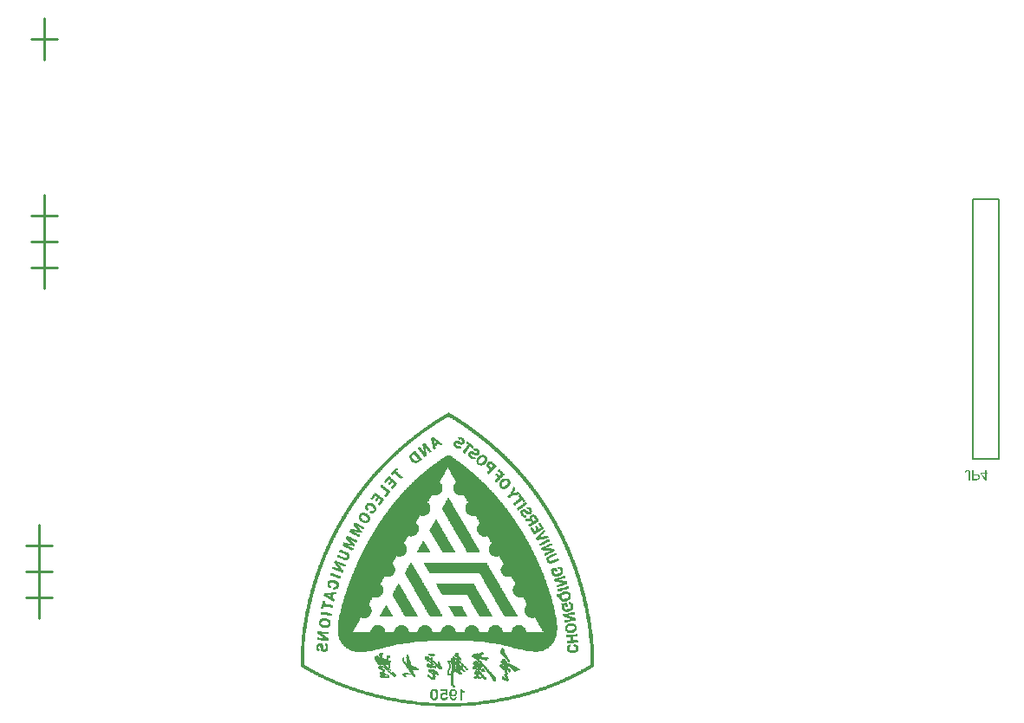
<source format=gbo>
G04*
G04 #@! TF.GenerationSoftware,Altium Limited,Altium Designer,22.0.2 (36)*
G04*
G04 Layer_Color=32896*
%FSLAX25Y25*%
%MOIN*%
G70*
G04*
G04 #@! TF.SameCoordinates,8A9B01F1-EDD2-4DB2-B9E0-C6938A593893*
G04*
G04*
G04 #@! TF.FilePolarity,Positive*
G04*
G01*
G75*
%ADD16C,0.00787*%
%ADD17C,0.01000*%
%ADD51C,0.00200*%
G36*
X477794Y191567D02*
X478315D01*
Y191134D01*
X477794D01*
Y188647D01*
X477411D01*
X475651Y191134D01*
Y191567D01*
X477322D01*
Y192488D01*
X477794D01*
Y191567D01*
D02*
G37*
G36*
X472937Y190928D02*
X473920D01*
X474064Y190923D01*
X474203Y190912D01*
X474325Y190895D01*
X474436Y190873D01*
X474541Y190851D01*
X474630Y190823D01*
X474713Y190790D01*
X474785Y190756D01*
X474846Y190729D01*
X474902Y190695D01*
X474946Y190668D01*
X474980Y190640D01*
X475007Y190623D01*
X475024Y190606D01*
X475035Y190595D01*
X475041Y190590D01*
X475096Y190523D01*
X475146Y190457D01*
X475185Y190390D01*
X475224Y190318D01*
X475257Y190246D01*
X475279Y190179D01*
X475318Y190051D01*
X475329Y189990D01*
X475340Y189935D01*
X475346Y189885D01*
X475351Y189846D01*
X475357Y189807D01*
Y189785D01*
Y189769D01*
Y189763D01*
X475351Y189657D01*
X475340Y189558D01*
X475318Y189469D01*
X475302Y189391D01*
X475279Y189324D01*
X475257Y189275D01*
X475246Y189247D01*
X475241Y189236D01*
X475196Y189152D01*
X475141Y189080D01*
X475091Y189014D01*
X475041Y188964D01*
X474996Y188925D01*
X474963Y188892D01*
X474941Y188875D01*
X474930Y188869D01*
X474858Y188825D01*
X474774Y188786D01*
X474697Y188753D01*
X474624Y188725D01*
X474558Y188708D01*
X474508Y188697D01*
X474469Y188686D01*
X474458D01*
X474375Y188675D01*
X474280Y188664D01*
X474180Y188658D01*
X474086Y188653D01*
X474003Y188647D01*
X472427D01*
Y192488D01*
X472937D01*
Y190928D01*
D02*
G37*
G36*
X470634Y192549D02*
X470745Y192532D01*
X470845Y192510D01*
X470934Y192482D01*
X471006Y192460D01*
X471056Y192438D01*
X471089Y192421D01*
X471100Y192416D01*
X471189Y192360D01*
X471267Y192294D01*
X471328Y192227D01*
X471383Y192166D01*
X471422Y192105D01*
X471450Y192061D01*
X471466Y192027D01*
X471472Y192022D01*
Y192016D01*
X471511Y191905D01*
X471544Y191789D01*
X471566Y191661D01*
X471578Y191539D01*
X471589Y191433D01*
Y191389D01*
X471594Y191345D01*
Y191311D01*
Y191289D01*
Y191272D01*
Y191267D01*
Y188647D01*
X471083D01*
Y191295D01*
Y191411D01*
X471072Y191511D01*
X471067Y191594D01*
X471056Y191661D01*
X471045Y191711D01*
X471039Y191750D01*
X471028Y191772D01*
Y191778D01*
X471006Y191833D01*
X470978Y191877D01*
X470945Y191916D01*
X470917Y191955D01*
X470884Y191977D01*
X470861Y191999D01*
X470845Y192011D01*
X470839Y192016D01*
X470784Y192044D01*
X470728Y192066D01*
X470673Y192077D01*
X470623Y192088D01*
X470573Y192094D01*
X470540Y192099D01*
X470506D01*
X470417Y192094D01*
X470334Y192072D01*
X470268Y192050D01*
X470207Y192016D01*
X470162Y191988D01*
X470129Y191961D01*
X470107Y191944D01*
X470101Y191938D01*
X470073Y191905D01*
X470051Y191866D01*
X470018Y191778D01*
X469985Y191678D01*
X469968Y191578D01*
X469951Y191483D01*
Y191445D01*
X469946Y191411D01*
X469940Y191378D01*
Y191356D01*
Y191345D01*
Y191339D01*
X469480Y191406D01*
Y191511D01*
X469485Y191605D01*
X469502Y191700D01*
X469513Y191783D01*
X469535Y191861D01*
X469557Y191927D01*
X469580Y191994D01*
X469602Y192050D01*
X469629Y192099D01*
X469652Y192144D01*
X469674Y192183D01*
X469696Y192210D01*
X469713Y192233D01*
X469724Y192255D01*
X469729Y192260D01*
X469735Y192266D01*
X469790Y192316D01*
X469846Y192360D01*
X469907Y192399D01*
X469974Y192432D01*
X470101Y192482D01*
X470223Y192516D01*
X470340Y192538D01*
X470384Y192543D01*
X470429Y192549D01*
X470462Y192554D01*
X470512D01*
X470634Y192549D01*
D02*
G37*
%LPC*%
G36*
X477322Y191134D02*
X476112D01*
X477322Y189413D01*
Y191134D01*
D02*
G37*
G36*
X473970Y190473D02*
X472937D01*
Y189102D01*
X474036D01*
X474136Y189108D01*
X474219Y189114D01*
X474286Y189119D01*
X474330Y189130D01*
X474364Y189136D01*
X474386Y189141D01*
X474391D01*
X474464Y189169D01*
X474524Y189202D01*
X474580Y189236D01*
X474630Y189275D01*
X474663Y189313D01*
X474691Y189341D01*
X474708Y189363D01*
X474713Y189369D01*
X474752Y189435D01*
X474785Y189502D01*
X474808Y189574D01*
X474819Y189635D01*
X474830Y189691D01*
X474835Y189741D01*
Y189769D01*
Y189774D01*
Y189779D01*
X474824Y189896D01*
X474802Y189996D01*
X474769Y190085D01*
X474730Y190157D01*
X474691Y190212D01*
X474658Y190257D01*
X474636Y190279D01*
X474624Y190290D01*
X474586Y190323D01*
X474536Y190351D01*
X474430Y190396D01*
X474314Y190429D01*
X474197Y190451D01*
X474092Y190462D01*
X474047Y190468D01*
X474008D01*
X473970Y190473D01*
D02*
G37*
%LPD*%
D16*
X482500Y197000D02*
Y297000D01*
X472500D02*
X482500D01*
X472500Y197000D02*
Y297000D01*
Y197000D02*
X482500D01*
D17*
X110500Y358500D02*
X120500D01*
X115500Y350500D02*
Y366500D01*
X113500Y135500D02*
Y171500D01*
X108500Y163500D02*
X118500D01*
X108500Y153500D02*
X118500D01*
X108500Y143500D02*
X118500D01*
X115500Y262500D02*
Y298500D01*
X110500Y290500D02*
X120500D01*
X110500Y280500D02*
X120500D01*
X110500Y270500D02*
X120500D01*
D51*
X291500Y157900D02*
X304967D01*
X291500Y158100D02*
X304767D01*
X308900Y157900D02*
X309367D01*
X311100D02*
X312967D01*
X308700Y158100D02*
X309367D01*
X311700D02*
X313167D01*
X291300Y158300D02*
X304767D01*
X308700D02*
X309367D01*
X312100D02*
X313167D01*
X291100Y158500D02*
X304567D01*
X308700D02*
X309367D01*
X312500D02*
X312967D01*
X291100Y158700D02*
X304567D01*
X317900Y158100D02*
X318967D01*
X317700Y158700D02*
X318767D01*
X317900Y158300D02*
X318967D01*
X317700Y158500D02*
X318767D01*
X317500Y158900D02*
X318767D01*
X317500Y159100D02*
X318567D01*
X317500Y159300D02*
X318567D01*
X317300Y159500D02*
X318367D01*
X317300Y159700D02*
X318367D01*
X317100Y159900D02*
X318367D01*
X317100Y160100D02*
X318167D01*
X317100Y160300D02*
X318167D01*
X316900Y160500D02*
X317967D01*
X308700Y158700D02*
X309367D01*
X308900Y158900D02*
X309567D01*
X308900Y159100D02*
X309967D01*
X309100Y159300D02*
X310367D01*
X309500Y159500D02*
X310967D01*
X308100Y159900D02*
X308167D01*
X307900Y160100D02*
X308567D01*
X307900Y160300D02*
X308967D01*
X307900Y160500D02*
X309367D01*
X308300Y160700D02*
X309767D01*
X290900Y158900D02*
X304367D01*
X290900Y159100D02*
X304367D01*
X290700Y159300D02*
X304167D01*
X290500Y159500D02*
X304167D01*
X288100Y159700D02*
X303967D01*
X287700Y159900D02*
X303967D01*
X287500Y160100D02*
X303767D01*
X287300Y160300D02*
X303767D01*
X287100Y160500D02*
X303567D01*
X286900Y160700D02*
X303567D01*
X286900Y160900D02*
X303367D01*
X286700Y161100D02*
X303367D01*
X287100Y163900D02*
X301967D01*
X286700Y163300D02*
X302167D01*
X286900Y163500D02*
X302167D01*
X286900Y163700D02*
X301967D01*
X287300Y164100D02*
X301767D01*
X287500Y164300D02*
X301767D01*
X287700Y164500D02*
X301567D01*
X287500Y164700D02*
X301567D01*
X309900Y159700D02*
X311367D01*
X309300Y161100D02*
X310567D01*
X310300Y159900D02*
X311767D01*
X310700Y160100D02*
X312167D01*
X311100Y160300D02*
X312167D01*
X311700Y160500D02*
X312167D01*
X308900Y160900D02*
X310167D01*
X309700Y161300D02*
X310967D01*
X310100Y161500D02*
X311367D01*
X309700Y161700D02*
X311567D01*
X307300Y161900D02*
X311567D01*
X306900Y162100D02*
X311367D01*
X306700Y162300D02*
X311367D01*
X316900Y160700D02*
X317967D01*
X316500Y161300D02*
X317767D01*
X316700Y160900D02*
X317967D01*
X316700Y161100D02*
X317767D01*
X316500Y161500D02*
X317567D01*
X316500Y161700D02*
X317567D01*
X316300Y161900D02*
X317367D01*
X316300Y162100D02*
X317367D01*
X316100Y162300D02*
X317367D01*
X316100Y162500D02*
X317167D01*
X315900Y162700D02*
X317167D01*
X315900Y162900D02*
X316967D01*
X315900Y163100D02*
X316967D01*
X306700Y162500D02*
X310367D01*
X307700Y163100D02*
X308767D01*
X306900Y162700D02*
X308167D01*
X307300Y162900D02*
X308367D01*
X308100Y163300D02*
X309167D01*
X308500Y163500D02*
X309567D01*
X306100Y163700D02*
X306367D01*
X308900D02*
X309967D01*
X306100Y163900D02*
X306767D01*
X309300D02*
X310567D01*
X305900Y164100D02*
X307167D01*
X309700D02*
X310567D01*
X306100Y164300D02*
X307567D01*
X315700Y163300D02*
X316767D01*
X315500Y163900D02*
X316567D01*
X315700Y163500D02*
X316767D01*
X315500Y163700D02*
X316767D01*
X315300Y164100D02*
X316567D01*
X315300Y164300D02*
X316367D01*
X315100Y164500D02*
X316367D01*
X315100Y164700D02*
X316167D01*
X314900Y164900D02*
X316167D01*
X314900Y165100D02*
X315967D01*
X314900Y165300D02*
X315967D01*
X314700Y165500D02*
X315767D01*
X314700Y165700D02*
X315767D01*
X310100Y164300D02*
X310367D01*
X307100Y164900D02*
X308767D01*
X306500Y164500D02*
X307967D01*
X306900Y164700D02*
X308367D01*
X307500Y165100D02*
X309167D01*
X307900Y165300D02*
X309567D01*
X308300Y165500D02*
X309767D01*
X308700Y165700D02*
X309767D01*
X309100Y165900D02*
X309567D01*
X305100Y182100D02*
X306367D01*
X304900Y182300D02*
X306167D01*
X304700Y182500D02*
X305967D01*
X304500Y182700D02*
X305967D01*
X304500Y182900D02*
X305767D01*
X304300Y183100D02*
X305567D01*
X304100Y183300D02*
X305367D01*
X304100Y183500D02*
X305367D01*
X303900Y183700D02*
X305167D01*
X303700Y183900D02*
X304967D01*
X303500Y184100D02*
X304967D01*
X303500Y184300D02*
X304767D01*
X303300Y184500D02*
X304567D01*
X302900Y185100D02*
X304167D01*
X303100Y184700D02*
X304367D01*
X302900Y184900D02*
X304367D01*
X302700Y185300D02*
X303967D01*
X302500Y185500D02*
X303767D01*
X302300Y185700D02*
X303767D01*
X302100Y185900D02*
X303567D01*
X302100Y186100D02*
X303367D01*
X301900Y186300D02*
X303167D01*
X301700Y186500D02*
X303167D01*
X301500Y186700D02*
X302967D01*
X301500Y186900D02*
X302767D01*
X301300Y187100D02*
X302567D01*
X300700Y187700D02*
X302167D01*
X301100Y187300D02*
X302367D01*
X300900Y187500D02*
X302367D01*
X300700Y187900D02*
X301967D01*
X300500Y188100D02*
X301767D01*
X300300Y188300D02*
X301567D01*
X300100Y188500D02*
X301567D01*
X297900Y106300D02*
X301967D01*
X298700Y106500D02*
X302567D01*
X299500Y106700D02*
X303167D01*
X300300Y106900D02*
X303967D01*
X325300Y126300D02*
X326367D01*
X325300Y126900D02*
X326367D01*
X325300Y126500D02*
X326367D01*
X325300Y126700D02*
X326367D01*
X325300Y127100D02*
X326367D01*
X325300Y127300D02*
X326367D01*
X325300Y127500D02*
X326367D01*
X325300Y127700D02*
X326367D01*
X325300Y127900D02*
X326167D01*
X325300Y128100D02*
X326167D01*
X325100Y128300D02*
X326167D01*
X325100Y128500D02*
X326167D01*
X325100Y128700D02*
X326167D01*
X320100Y129500D02*
X320167D01*
X318100Y128300D02*
X318567D01*
X316300Y128700D02*
X320167D01*
X316300Y128500D02*
X317567D01*
X318100D02*
X318567D01*
X316300Y128900D02*
X320367D01*
X316300Y129100D02*
X320367D01*
X317500Y129300D02*
X320367D01*
X317100Y130100D02*
X318367D01*
X316700Y130300D02*
X318967D01*
X316500Y130500D02*
X319367D01*
X316300Y130700D02*
X319567D01*
X307100Y131100D02*
X312367D01*
X316100D02*
X316767D01*
X318700D02*
X319767D01*
X306900Y131300D02*
X312567D01*
X315900D02*
X316567D01*
X319100D02*
X319967D01*
X306900Y131500D02*
X312567D01*
X315900D02*
X316367D01*
X319300D02*
X319967D01*
X306700Y131700D02*
X312567D01*
X306500Y132100D02*
X312567D01*
X315900Y131700D02*
X316367D01*
X319500D02*
X319967D01*
X306500Y131900D02*
X312567D01*
X315900D02*
X316367D01*
X319500D02*
X319967D01*
X315900Y132100D02*
X316367D01*
X319500D02*
X319967D01*
X306300Y132300D02*
X312567D01*
X306100Y132700D02*
X312567D01*
X315900Y132300D02*
X316567D01*
X319500D02*
X319967D01*
X306300Y132500D02*
X312567D01*
X316100D02*
X316767D01*
X319300D02*
X319967D01*
X316300Y132700D02*
X317167D01*
X319100D02*
X319767D01*
X306100Y132900D02*
X312367D01*
X316300D02*
X319767D01*
X316500Y133100D02*
X319567D01*
X316700Y133300D02*
X319367D01*
X324900Y131100D02*
X325967D01*
X324900Y131300D02*
X325767D01*
X324900Y131500D02*
X325767D01*
X324700Y131700D02*
X325767D01*
X324700Y131900D02*
X325767D01*
X324700Y132100D02*
X325767D01*
X324700Y132300D02*
X325767D01*
X324700Y132500D02*
X325767D01*
X324700Y132700D02*
X325567D01*
X324500Y132900D02*
X325567D01*
X324500Y133100D02*
X325567D01*
X324500Y133300D02*
X325567D01*
X324500Y133500D02*
X325567D01*
X305900Y133100D02*
X312367D01*
X305700Y133500D02*
X312367D01*
X305700Y133300D02*
X312367D01*
X317100Y133500D02*
X318967D01*
X305500Y133700D02*
X312367D01*
X305500Y133900D02*
X312367D01*
X305300Y134100D02*
X312367D01*
X305300Y134300D02*
X312367D01*
X315500D02*
X316567D01*
X305100Y134500D02*
X312367D01*
X315500D02*
X317767D01*
X304900Y134700D02*
X312367D01*
X315500D02*
X319167D01*
X318300Y135300D02*
X319567D01*
X304700Y135100D02*
X312167D01*
X304900Y134900D02*
X312167D01*
X316300D02*
X319567D01*
X317500Y135100D02*
X319567D01*
X304700Y135300D02*
X312167D01*
X304500Y135500D02*
X312167D01*
X317700D02*
X319567D01*
X304300Y135700D02*
X312167D01*
X317300D02*
X319367D01*
X316700Y135900D02*
X318767D01*
X302500D02*
X303567D01*
X304300D02*
X312167D01*
X301900Y136100D02*
X311967D01*
X316100D02*
X318367D01*
X301500Y136300D02*
X311967D01*
X315700D02*
X317767D01*
X301300Y136500D02*
X311967D01*
X315300D02*
X317367D01*
X301100Y136700D02*
X311967D01*
X315100D02*
X316967D01*
X300900Y136900D02*
X311967D01*
X315100D02*
X316767D01*
X324500Y133700D02*
X325567D01*
X324300Y134300D02*
X325367D01*
X324500Y133900D02*
X325367D01*
X324500Y134100D02*
X325367D01*
X324300Y134500D02*
X325367D01*
X324300Y134700D02*
X325367D01*
X324300Y134900D02*
X325367D01*
X324300Y135100D02*
X325167D01*
X324300Y135300D02*
X325167D01*
X324100Y135500D02*
X325167D01*
X324100Y135700D02*
X325167D01*
X324100Y135900D02*
X325167D01*
X324100Y136100D02*
X325167D01*
X314700Y142300D02*
X316167D01*
X322900Y141900D02*
X323967D01*
X322900Y142100D02*
X323967D01*
X322700Y142300D02*
X323767D01*
X318100Y140700D02*
X318567D01*
X323100D02*
X324167D01*
X314500Y140900D02*
X316567D01*
X317900D02*
X318567D01*
X323100D02*
X324167D01*
X314300Y141100D02*
X316367D01*
X317300D02*
X318567D01*
X323100D02*
X324167D01*
X314500Y141300D02*
X316367D01*
X317300Y141500D02*
X317967D01*
X322900D02*
X323967D01*
X317300Y141700D02*
X317567D01*
X322900D02*
X323967D01*
X315700Y137300D02*
X319167D01*
X300700Y137100D02*
X311767D01*
X315100D02*
X317967D01*
X300500Y137300D02*
X311767D01*
X300500Y137500D02*
X311767D01*
X316900D02*
X319167D01*
X300500Y137700D02*
X311767D01*
X318100D02*
X319167D01*
X300300Y137900D02*
X311767D01*
X300300Y138100D02*
X311567D01*
X300300Y138300D02*
X311567D01*
X315900D02*
X316967D01*
X300300Y138900D02*
X311367D01*
X314900D02*
X318167D01*
X300100Y143100D02*
X310367D01*
X300300Y142900D02*
X310367D01*
X299900Y143300D02*
X310367D01*
X299900Y143500D02*
X310167D01*
X299700Y143700D02*
X310167D01*
X299700Y143900D02*
X310167D01*
X317100Y143700D02*
X317767D01*
X313900Y142900D02*
X317167D01*
X313700Y143100D02*
X314767D01*
X315700D02*
X317367D01*
X313700Y143300D02*
X314367D01*
X316500D02*
X317567D01*
X313700Y143500D02*
X314167D01*
X316900D02*
X317567D01*
X313500Y143700D02*
X314167D01*
X312900Y143900D02*
X314167D01*
X229300Y127300D02*
X311567D01*
X228900Y128100D02*
X311967D01*
X228700Y128900D02*
X312167D01*
X228700Y129700D02*
X312367D01*
X228900Y128300D02*
X311967D01*
X228900Y128500D02*
X311967D01*
X228700Y128700D02*
X312167D01*
X228700Y129100D02*
X312167D01*
X228700Y129300D02*
X312167D01*
X228700Y129500D02*
X312367D01*
X228500Y129900D02*
X312367D01*
X228500Y130100D02*
X312367D01*
X241100Y130300D02*
X312367D01*
X229100Y127500D02*
X311767D01*
X229100Y127700D02*
X311767D01*
X229100Y127900D02*
X311767D01*
X300900Y107100D02*
X304567D01*
X302900Y107700D02*
X306367D01*
X301700Y107300D02*
X305167D01*
X302300Y107500D02*
X305767D01*
X303700Y107900D02*
X306967D01*
X304300Y108100D02*
X307567D01*
X304900Y108300D02*
X308167D01*
X305500Y108500D02*
X308767D01*
X306100Y108700D02*
X309167D01*
X306700Y108900D02*
X309767D01*
X307300Y109100D02*
X310167D01*
X307900Y109300D02*
X310767D01*
X308500Y109500D02*
X311367D01*
X308900Y109700D02*
X311767D01*
X310500Y110300D02*
X313367D01*
X309500Y109900D02*
X312367D01*
X309900Y110100D02*
X312767D01*
X311100Y110500D02*
X313767D01*
X311500Y110700D02*
X314167D01*
X312100Y110900D02*
X314767D01*
X312500Y111100D02*
X315167D01*
X313100Y111300D02*
X315567D01*
X313500Y111500D02*
X315967D01*
X313900Y111700D02*
X316567D01*
X314500Y111900D02*
X316967D01*
X314900Y112100D02*
X317367D01*
X325700Y120300D02*
X326767D01*
X325700Y119700D02*
X326767D01*
X325700Y119900D02*
X326767D01*
X325700Y120100D02*
X326767D01*
X325700Y120500D02*
X326767D01*
X325700Y120700D02*
X326767D01*
X325700Y120900D02*
X326767D01*
X315300Y112300D02*
X317767D01*
X316700Y112900D02*
X318967D01*
X315700Y112500D02*
X318167D01*
X316100Y112700D02*
X318567D01*
X317100Y113100D02*
X319367D01*
X317500Y113300D02*
X319767D01*
X317900Y113500D02*
X320167D01*
X318300Y113700D02*
X320567D01*
X318700Y113900D02*
X320967D01*
X319100Y114100D02*
X321367D01*
X319500Y114300D02*
X321767D01*
X319900Y114500D02*
X322167D01*
X321900Y115500D02*
X323967D01*
X320300Y114700D02*
X322567D01*
X320700Y114900D02*
X322767D01*
X321100Y115100D02*
X323167D01*
X321500Y115300D02*
X323567D01*
X322100Y115700D02*
X324367D01*
X322500Y115900D02*
X324567D01*
X322900Y116100D02*
X324967D01*
X323300Y116300D02*
X325367D01*
X323700Y116500D02*
X325567D01*
X323900Y116700D02*
X325967D01*
X324300Y116900D02*
X326367D01*
X316700Y124500D02*
X317167D01*
X316700Y123300D02*
X317567D01*
X316500Y123500D02*
X317167D01*
X316500Y123700D02*
X317167D01*
X316500Y123900D02*
X316967D01*
X316500Y124100D02*
X316967D01*
X316500Y124300D02*
X317167D01*
X316700Y124700D02*
X317367D01*
X316900Y124900D02*
X317767D01*
X316900Y125100D02*
X317767D01*
X317100Y125300D02*
X317767D01*
X317500Y125500D02*
X317767D01*
X316500Y126100D02*
X316567D01*
X316500Y126300D02*
X318967D01*
X324700Y117100D02*
X326767D01*
X325700Y117700D02*
X326767D01*
X325100Y117300D02*
X326767D01*
X325300Y117500D02*
X326767D01*
X325700Y117900D02*
X326767D01*
X325700Y118100D02*
X326767D01*
X325700Y118300D02*
X326767D01*
X325700Y118500D02*
X326767D01*
X325700Y118700D02*
X326767D01*
X325700Y118900D02*
X326767D01*
X325700Y119100D02*
X326767D01*
X325700Y119300D02*
X326767D01*
X325700Y119500D02*
X326767D01*
X291300Y125500D02*
X310367D01*
X293900Y124900D02*
X309767D01*
X293100Y125100D02*
X309967D01*
X292300Y125300D02*
X310167D01*
X290300Y125700D02*
X310567D01*
X289300Y125900D02*
X310767D01*
X288100Y126100D02*
X310967D01*
X286700Y126300D02*
X310967D01*
X285100Y126500D02*
X311167D01*
X283300Y126700D02*
X311367D01*
X280700Y126900D02*
X311367D01*
X277100Y127100D02*
X311567D01*
X325100Y129500D02*
X326167D01*
X325100Y128900D02*
X326167D01*
X325100Y129100D02*
X326167D01*
X325100Y129300D02*
X326167D01*
X325100Y129700D02*
X325967D01*
X325100Y129900D02*
X325967D01*
X324900Y130100D02*
X325967D01*
X324900Y130300D02*
X325967D01*
X324900Y130500D02*
X325967D01*
X324900Y130700D02*
X325967D01*
X324900Y130900D02*
X325967D01*
X325700Y121100D02*
X326767D01*
X325700Y121700D02*
X326767D01*
X325700Y121300D02*
X326767D01*
X325700Y121500D02*
X326767D01*
X325700Y121900D02*
X326767D01*
X325700Y122100D02*
X326767D01*
X325700Y122300D02*
X326767D01*
X325700Y122500D02*
X326767D01*
X325700Y122700D02*
X326567D01*
X325700Y122900D02*
X326567D01*
X325700Y123100D02*
X326567D01*
X325700Y123300D02*
X326567D01*
X325700Y123500D02*
X326567D01*
X307500Y130500D02*
X312367D01*
X307300Y130700D02*
X312367D01*
X307100Y130900D02*
X312367D01*
X316100D02*
X319767D01*
X303500Y122900D02*
X305167D01*
X301700Y123100D02*
X306367D01*
X300500Y123300D02*
X307167D01*
X299500Y123500D02*
X307567D01*
X298700Y123700D02*
X307967D01*
X297700Y123900D02*
X308367D01*
X296900Y124100D02*
X308767D01*
X296100Y124300D02*
X309167D01*
X295300Y124500D02*
X309367D01*
X294500Y124700D02*
X309567D01*
X317700Y122500D02*
X319567D01*
X317300Y122700D02*
X319967D01*
X316900Y122900D02*
X320167D01*
X316700Y123100D02*
X320367D01*
X319300Y123300D02*
X320567D01*
X319900Y123500D02*
X320567D01*
X320100Y123700D02*
X320567D01*
X320100Y123900D02*
X320767D01*
X320100Y124100D02*
X320767D01*
X320100Y124300D02*
X320567D01*
X320100Y124500D02*
X320567D01*
X319700Y124700D02*
X320567D01*
X319300Y124900D02*
X320367D01*
X325500Y123700D02*
X326567D01*
X325500Y124300D02*
X326567D01*
X325500Y123900D02*
X326567D01*
X325500Y124100D02*
X326567D01*
X325500Y124500D02*
X326567D01*
X325500Y124700D02*
X326567D01*
X325500Y124900D02*
X326567D01*
X325500Y125100D02*
X326567D01*
X325500Y125300D02*
X326567D01*
X325500Y125500D02*
X326567D01*
X325500Y125700D02*
X326367D01*
X325500Y125900D02*
X326367D01*
X325500Y126100D02*
X326367D01*
X319100Y125100D02*
X320367D01*
X316500Y126500D02*
X320567D01*
X319100Y125300D02*
X320167D01*
X319300Y125500D02*
X319767D01*
X316500Y126700D02*
X320567D01*
X316500Y126900D02*
X320567D01*
X318300Y127100D02*
X318767D01*
X319100D02*
X320367D01*
X318100Y127300D02*
X318767D01*
X318100Y127500D02*
X318767D01*
X318100Y127700D02*
X318767D01*
X318100Y127900D02*
X318767D01*
X318100Y128100D02*
X318767D01*
X306700Y179500D02*
X307967D01*
X307100Y178900D02*
X308367D01*
X307100Y179100D02*
X308367D01*
X306900Y179300D02*
X308167D01*
X306700Y179700D02*
X307967D01*
X306500Y179900D02*
X307767D01*
X306300Y180100D02*
X307567D01*
X306300Y180300D02*
X307567D01*
X306100Y180500D02*
X307367D01*
X305900Y180700D02*
X307367D01*
X305900Y180900D02*
X307167D01*
X305700Y181100D02*
X306967D01*
X305500Y181300D02*
X306767D01*
X305500Y181500D02*
X306767D01*
X305300Y181700D02*
X306567D01*
X305100Y181900D02*
X306367D01*
X306700Y168500D02*
X307367D01*
X306100Y167900D02*
X306767D01*
X306300Y168100D02*
X306967D01*
X306500Y168300D02*
X307167D01*
X306900Y168700D02*
X307567D01*
X307100Y168900D02*
X307767D01*
X307300Y169100D02*
X307967D01*
X307500Y169300D02*
X307767D01*
X307700Y169500D02*
X307767D01*
X304900Y165900D02*
X305567D01*
X305300Y167100D02*
X305967D01*
X304900Y166100D02*
X306567D01*
X304700Y166300D02*
X307567D01*
X304700Y166500D02*
X308567D01*
X304900Y166700D02*
X309167D01*
X305100Y166900D02*
X305767D01*
X306700D02*
X308967D01*
X307700Y167100D02*
X308967D01*
X305500Y167300D02*
X306167D01*
X308700D02*
X308767D01*
X305700Y167500D02*
X306367D01*
X305900Y167700D02*
X306567D01*
X314500Y165900D02*
X315567D01*
X314300Y166500D02*
X315367D01*
X314500Y166100D02*
X315567D01*
X314300Y166300D02*
X315567D01*
X314100Y166700D02*
X315367D01*
X314100Y166900D02*
X315167D01*
X313900Y167100D02*
X315167D01*
X313900Y167300D02*
X314967D01*
X313700Y167500D02*
X314967D01*
X313700Y167700D02*
X314767D01*
X313500Y167900D02*
X314767D01*
X313500Y168100D02*
X314567D01*
X313300Y168300D02*
X314567D01*
X313300Y168500D02*
X314367D01*
X312900Y169100D02*
X314167D01*
X313100Y168700D02*
X314367D01*
X313100Y168900D02*
X314167D01*
X312900Y169300D02*
X313967D01*
X312700Y169500D02*
X313967D01*
X312700Y169700D02*
X313767D01*
X312500Y169900D02*
X313767D01*
X312500Y170100D02*
X313567D01*
X312300Y170300D02*
X313567D01*
X312100Y170500D02*
X313367D01*
X312100Y170700D02*
X313167D01*
X311900Y170900D02*
X313167D01*
X311900Y171100D02*
X312967D01*
X311500Y171700D02*
X312767D01*
X311700Y171300D02*
X312967D01*
X311700Y171500D02*
X312767D01*
X311500Y171900D02*
X312567D01*
X311300Y172100D02*
X312567D01*
X311300Y172300D02*
X312367D01*
X311100Y172500D02*
X312367D01*
X310900Y172700D02*
X312167D01*
X310900Y172900D02*
X311967D01*
X310700Y173100D02*
X311967D01*
X310700Y173300D02*
X311767D01*
X310500Y173500D02*
X311767D01*
X310500Y173700D02*
X311567D01*
X310100Y174300D02*
X311167D01*
X310300Y173900D02*
X311567D01*
X310100Y174100D02*
X311367D01*
X309900Y174500D02*
X311167D01*
X309900Y174700D02*
X310967D01*
X309700Y174900D02*
X310967D01*
X309500Y175100D02*
X310767D01*
X309500Y175300D02*
X310767D01*
X309300Y175500D02*
X310567D01*
X309300Y175700D02*
X310367D01*
X309100Y175900D02*
X310367D01*
X308900Y176100D02*
X310167D01*
X308900Y176300D02*
X310167D01*
X308500Y176900D02*
X309767D01*
X308700Y176500D02*
X309967D01*
X308700Y176700D02*
X309767D01*
X308300Y177100D02*
X309567D01*
X308300Y177300D02*
X309367D01*
X308100Y177500D02*
X309367D01*
X307900Y177700D02*
X309167D01*
X307900Y177900D02*
X309167D01*
X307700Y178100D02*
X308967D01*
X307500Y178300D02*
X308767D01*
X307500Y178500D02*
X308767D01*
X307300Y178700D02*
X308567D01*
X302300Y176700D02*
X302967D01*
X300500Y176300D02*
X302767D01*
X301300Y175700D02*
X302367D01*
X301100Y175900D02*
X302567D01*
X300900Y176100D02*
X302767D01*
X300300Y176500D02*
X301567D01*
X302100D02*
X302767D01*
X302300Y176900D02*
X302967D01*
X302300Y177100D02*
X302767D01*
X302100Y177300D02*
X302767D01*
X301900Y177500D02*
X302767D01*
X301300Y177700D02*
X302567D01*
X301300Y177900D02*
X302367D01*
X301100Y178100D02*
X302167D01*
X301100Y178300D02*
X301967D01*
X324100Y136300D02*
X324967D01*
X323900Y136900D02*
X324967D01*
X323900Y136500D02*
X324967D01*
X323900Y136700D02*
X324967D01*
X323900Y137100D02*
X324967D01*
X323900Y137300D02*
X324967D01*
X323900Y137500D02*
X324767D01*
X323700Y137700D02*
X324767D01*
X323700Y137900D02*
X324767D01*
X323700Y138100D02*
X324767D01*
X323700Y138300D02*
X324767D01*
X300300Y138500D02*
X311567D01*
X315300D02*
X317567D01*
X323700D02*
X324567D01*
X300300Y138700D02*
X311567D01*
X315100D02*
X317967D01*
X323500D02*
X324567D01*
X323500Y138900D02*
X324567D01*
X300300Y139100D02*
X311367D01*
X314900D02*
X315767D01*
X316700D02*
X318367D01*
X323500D02*
X324567D01*
X300300Y139300D02*
X311367D01*
X314700D02*
X315367D01*
X317500D02*
X318567D01*
X323500D02*
X324567D01*
X300300Y139500D02*
X311367D01*
X314700D02*
X315167D01*
X317900D02*
X318567D01*
X323500D02*
X324367D01*
X300500Y139900D02*
X311167D01*
X300500Y139700D02*
X311367D01*
X314700D02*
X315167D01*
X318100D02*
X318767D01*
X323300D02*
X324367D01*
X314700Y139900D02*
X315167D01*
X318100D02*
X318767D01*
X323300D02*
X324367D01*
X300700Y140100D02*
X311167D01*
X314700D02*
X315167D01*
X316100D02*
X316567D01*
X318100D02*
X318767D01*
X323300D02*
X324367D01*
X301100Y140700D02*
X310967D01*
X300700Y140300D02*
X311167D01*
X314700D02*
X315167D01*
X316100D02*
X316567D01*
X318100D02*
X318767D01*
X323300D02*
X324367D01*
X300900Y140500D02*
X311167D01*
X314700D02*
X315367D01*
X316100D02*
X316567D01*
X318100D02*
X318767D01*
X323100D02*
X324167D01*
X314900Y140700D02*
X315567D01*
X315900D02*
X316567D01*
X317300Y141300D02*
X318367D01*
X323100D02*
X323967D01*
X315500Y141500D02*
X316367D01*
X301300Y140900D02*
X310967D01*
X300900Y141700D02*
X310767D01*
X301100Y141500D02*
X310767D01*
X301300Y141100D02*
X310967D01*
X301100Y141300D02*
X310967D01*
X300700Y141900D02*
X310767D01*
X300700Y142100D02*
X310567D01*
X300500Y142300D02*
X310567D01*
X300500Y142500D02*
X310567D01*
X314300D02*
X316567D01*
X300300Y142700D02*
X310567D01*
X314100D02*
X316967D01*
X322700Y142500D02*
X323767D01*
X322500Y143500D02*
X323567D01*
X322700Y142700D02*
X323767D01*
X322700Y142900D02*
X323767D01*
X322700Y143100D02*
X323567D01*
X322500Y143300D02*
X323567D01*
X322500Y143700D02*
X323567D01*
X317300Y143900D02*
X317767D01*
X322500D02*
X323367D01*
X322300Y144100D02*
X323367D01*
X297300D02*
X310167D01*
X312700D02*
X314167D01*
X317300D02*
X317767D01*
X296900Y144300D02*
X309967D01*
X312500D02*
X314167D01*
X317300D02*
X317767D01*
X322300D02*
X323367D01*
X296700Y144500D02*
X309967D01*
X296500Y144700D02*
X309967D01*
X312500Y144500D02*
X313167D01*
X313700D02*
X314367D01*
X317300D02*
X317767D01*
X322300D02*
X323367D01*
X312500Y144700D02*
X313167D01*
X313700D02*
X314767D01*
X317100D02*
X317767D01*
X322100D02*
X323167D01*
X296300Y144900D02*
X309767D01*
X296100Y145100D02*
X309767D01*
X312500Y144900D02*
X313167D01*
X313900D02*
X315367D01*
X316900D02*
X317567D01*
X322100D02*
X323167D01*
X314100Y145100D02*
X317567D01*
X322100D02*
X323167D01*
X296100Y145300D02*
X309767D01*
X314300D02*
X317367D01*
X322100D02*
X323167D01*
X295900Y145500D02*
X309567D01*
X295900Y145700D02*
X309567D01*
X314500Y145500D02*
X317167D01*
X321900D02*
X322967D01*
X315100Y145700D02*
X316767D01*
X321900D02*
X322967D01*
X295900Y145900D02*
X309567D01*
X321900D02*
X322967D01*
X321900Y146100D02*
X322967D01*
X295700D02*
X309367D01*
X295700Y146500D02*
X309367D01*
X313100Y146100D02*
X313367D01*
X295700Y146300D02*
X309367D01*
X313100D02*
X314167D01*
X321700D02*
X322767D01*
X313100Y146500D02*
X314767D01*
X321700D02*
X322767D01*
X295700Y146700D02*
X309167D01*
X312900D02*
X315567D01*
X321700D02*
X322767D01*
X295700Y146900D02*
X309167D01*
X295900Y147100D02*
X309167D01*
X313500Y146900D02*
X316167D01*
X321700D02*
X322567D01*
X314100Y147100D02*
X316967D01*
X321500D02*
X322567D01*
X295900Y147300D02*
X308967D01*
X314900D02*
X316967D01*
X321500D02*
X322567D01*
X295900Y147500D02*
X308967D01*
X296100Y147900D02*
X308767D01*
X315500Y147500D02*
X316967D01*
X321500D02*
X322567D01*
X296100Y147700D02*
X308967D01*
X312700D02*
X312767D01*
X316300D02*
X316967D01*
X321300D02*
X322367D01*
X312500Y147900D02*
X313367D01*
X321300D02*
X322367D01*
X296300Y148100D02*
X308767D01*
X296500Y148500D02*
X308567D01*
X312500Y148100D02*
X314167D01*
X321300D02*
X322367D01*
X296300Y148300D02*
X308767D01*
X312700D02*
X314767D01*
X321300D02*
X322167D01*
X313300Y148500D02*
X315367D01*
X321100D02*
X322167D01*
X296700Y148700D02*
X308567D01*
X296700Y149100D02*
X308367D01*
X313900Y148700D02*
X315967D01*
X321100D02*
X322167D01*
X296700Y148900D02*
X308567D01*
X314500D02*
X316367D01*
X321100D02*
X322167D01*
X315100Y149100D02*
X316367D01*
X320900D02*
X321967D01*
X296500Y149300D02*
X308367D01*
X296300Y149700D02*
X308167D01*
X314700Y149300D02*
X316367D01*
X320900D02*
X321967D01*
X296500Y149500D02*
X308367D01*
X313700D02*
X316367D01*
X320900D02*
X321967D01*
X312900Y149700D02*
X316167D01*
X320900D02*
X321767D01*
X296300Y149900D02*
X308167D01*
X295900Y150300D02*
X307967D01*
X312100Y149900D02*
X315367D01*
X320700D02*
X321767D01*
X296100Y150100D02*
X308167D01*
X311900D02*
X314567D01*
X320700D02*
X321767D01*
X311700Y150300D02*
X313767D01*
X320700D02*
X321767D01*
X295300Y151500D02*
X307567D01*
X295300Y151300D02*
X307567D01*
X313700D02*
X315767D01*
X320300D02*
X321367D01*
X314300Y151500D02*
X315767D01*
X320300D02*
X321367D01*
X295100Y151700D02*
X307567D01*
X314900D02*
X315567D01*
X320100D02*
X321167D01*
X292500Y151900D02*
X307367D01*
X311500D02*
X313167D01*
X320100D02*
X321167D01*
X295900Y150500D02*
X307967D01*
X295700Y150900D02*
X307767D01*
X311700Y150500D02*
X313167D01*
X320500D02*
X321567D01*
X295700Y150700D02*
X307767D01*
X311900D02*
X313967D01*
X320500D02*
X321567D01*
X312500Y150900D02*
X314367D01*
X320500D02*
X321567D01*
X320300Y151100D02*
X321367D01*
X295500D02*
X307767D01*
X313100D02*
X315167D01*
X319900Y152700D02*
X320967D01*
X292300Y152100D02*
X307367D01*
X311300D02*
X313767D01*
X320100D02*
X321167D01*
X292100Y152300D02*
X307167D01*
X311100D02*
X313967D01*
X319900D02*
X320967D01*
X291900Y152500D02*
X307167D01*
X310900D02*
X314167D01*
X319900D02*
X320967D01*
X291500Y152900D02*
X306967D01*
X291300Y153500D02*
X306767D01*
X291500Y153100D02*
X306967D01*
X310700Y152900D02*
X311367D01*
X313500D02*
X314567D01*
X310700Y153100D02*
X311367D01*
X313900D02*
X314767D01*
X291300Y153300D02*
X306767D01*
X310700D02*
X311167D01*
X314100D02*
X314767D01*
X314300Y153500D02*
X314767D01*
X291700Y152700D02*
X307167D01*
X310900D02*
X311767D01*
X312900D02*
X314367D01*
X314300Y154100D02*
X314767D01*
X310700Y153500D02*
X311167D01*
X291300Y153700D02*
X306767D01*
X310700D02*
X311367D01*
X312300D02*
X312767D01*
X314300D02*
X314767D01*
X291300Y153900D02*
X306567D01*
X310900D02*
X311367D01*
X312100D02*
X312767D01*
X314300D02*
X314767D01*
X291300Y154100D02*
X306567D01*
X291100Y154500D02*
X306367D01*
X291100Y154300D02*
X306367D01*
X310300Y154100D02*
X311567D01*
X312100D02*
X312567D01*
X310300Y154300D02*
X312567D01*
X314100D02*
X314767D01*
X310700Y154500D02*
X312367D01*
X314100D02*
X314567D01*
X291300Y154700D02*
X306367D01*
X311100D02*
X312367D01*
X313700D02*
X314567D01*
X319700Y152900D02*
X320767D01*
X319500Y153900D02*
X320567D01*
X319700Y153100D02*
X320767D01*
X319700Y153300D02*
X320767D01*
X319500Y153500D02*
X320567D01*
X319500Y153700D02*
X320567D01*
X319300Y154100D02*
X320367D01*
X319300Y154300D02*
X320367D01*
X319300Y154500D02*
X320367D01*
X319100Y154700D02*
X320167D01*
X319100Y154900D02*
X320167D01*
X319100Y155100D02*
X320167D01*
X318900Y155300D02*
X319967D01*
X291300Y154900D02*
X306167D01*
X291300Y155100D02*
X306167D01*
X311700Y154900D02*
X312167D01*
X313100D02*
X314367D01*
X313100Y155100D02*
X314167D01*
X291300Y155300D02*
X305967D01*
X313100D02*
X313767D01*
X291500Y155500D02*
X305967D01*
X291500Y155700D02*
X305767D01*
X291700Y155900D02*
X305767D01*
X291900Y156100D02*
X305767D01*
X291900Y156300D02*
X305567D01*
X292300Y156500D02*
X305567D01*
X292300Y156700D02*
X305367D01*
X291900Y157100D02*
X305167D01*
X292100Y156900D02*
X305367D01*
X309500D02*
X310567D01*
X309300Y157100D02*
X311167D01*
X291900Y157300D02*
X305167D01*
X309100D02*
X311567D01*
X291700Y157500D02*
X304967D01*
X309100D02*
X312167D01*
X291700Y157700D02*
X304967D01*
X308900D02*
X309567D01*
X310700D02*
X312567D01*
X318900Y155500D02*
X319967D01*
X318700Y156100D02*
X319767D01*
X318900Y155700D02*
X319967D01*
X318700Y155900D02*
X319767D01*
X318500Y156300D02*
X319567D01*
X318500Y156500D02*
X319567D01*
X318500Y156700D02*
X319567D01*
X318300Y156900D02*
X319367D01*
X318300Y157100D02*
X319367D01*
X318300Y157300D02*
X319367D01*
X318100Y157500D02*
X319167D01*
X318100Y157700D02*
X319167D01*
X317900Y157900D02*
X319167D01*
X286700Y161300D02*
X303167D01*
X286700Y161500D02*
X303167D01*
X286700Y161700D02*
X302967D01*
X286500Y161900D02*
X302967D01*
X286500Y162100D02*
X302767D01*
X286500Y162300D02*
X302767D01*
X286500Y162500D02*
X302567D01*
X286700Y162700D02*
X302567D01*
X286700Y162900D02*
X302367D01*
X286700Y163100D02*
X302367D01*
X301500Y173900D02*
X302967D01*
X302300Y174100D02*
X302767D01*
X304300Y173900D02*
X304967D01*
X304300Y174100D02*
X304967D01*
X302300Y174300D02*
X302767D01*
X304100D02*
X304767D01*
X302300Y174500D02*
X302967D01*
X303900D02*
X304567D01*
X302300Y174700D02*
X304567D01*
X302500Y174900D02*
X304367D01*
X302500Y175100D02*
X304167D01*
X302900Y175300D02*
X303967D01*
X303300Y175500D02*
X303567D01*
X303700Y168100D02*
X303767D01*
X303700Y168300D02*
X304167D01*
X303500Y168500D02*
X304567D01*
X303300Y168700D02*
X304767D01*
X303300Y168900D02*
X305167D01*
X303100Y169100D02*
X303767D01*
X304100D02*
X305567D01*
X303100Y169300D02*
X303767D01*
X304500D02*
X305967D01*
X302900Y169500D02*
X303567D01*
X304700D02*
X306167D01*
X302700Y169700D02*
X303567D01*
X304900D02*
X306567D01*
X302700Y169900D02*
X303367D01*
X304700D02*
X306967D01*
X302500Y170100D02*
X303167D01*
X304700D02*
X305367D01*
X305900D02*
X307167D01*
X302500Y170300D02*
X303167D01*
X304500D02*
X305167D01*
X306100D02*
X307167D01*
X302700Y170500D02*
X302967D01*
X304500D02*
X305167D01*
X306500D02*
X307167D01*
X304300Y170700D02*
X304967D01*
X306300D02*
X306967D01*
X304300Y170900D02*
X304767D01*
X306300D02*
X306967D01*
X301900Y171100D02*
X302367D01*
X304500D02*
X304767D01*
X306100D02*
X306767D01*
X301900Y171300D02*
X302567D01*
X305900D02*
X306567D01*
X301700Y171500D02*
X302967D01*
X305900D02*
X306567D01*
X301900Y171700D02*
X303167D01*
X305700D02*
X306367D01*
X302300Y171900D02*
X303567D01*
X305700D02*
X306367D01*
X302500Y172100D02*
X303967D01*
X305500D02*
X306167D01*
X302900Y172300D02*
X304167D01*
X305700D02*
X305967D01*
X303100Y172500D02*
X304567D01*
X302900Y172700D02*
X304767D01*
X302900Y172900D02*
X303367D01*
X303700D02*
X305167D01*
X300700Y173100D02*
X301567D01*
X302700D02*
X303367D01*
X304100D02*
X305367D01*
X300500Y173300D02*
X303167D01*
X304300D02*
X305367D01*
X300500Y173500D02*
X302967D01*
X304700D02*
X305367D01*
X300500Y173700D02*
X302967D01*
X304500D02*
X305167D01*
X214900Y130500D02*
X215967D01*
X214900Y130700D02*
X215967D01*
X214900Y130900D02*
X215967D01*
X215100Y131100D02*
X215967D01*
X215100Y131300D02*
X215967D01*
X215100Y131500D02*
X215967D01*
X218300Y146900D02*
X219367D01*
X218300Y147100D02*
X219367D01*
X218500Y147300D02*
X219367D01*
X217300Y142900D02*
X218167D01*
X217300Y143100D02*
X218367D01*
X217300Y143300D02*
X218367D01*
X217300Y143500D02*
X218367D01*
X217500Y143700D02*
X218367D01*
X216300Y138500D02*
X217367D01*
X216300Y138700D02*
X217367D01*
X216300Y138900D02*
X217367D01*
X216300Y139100D02*
X217367D01*
X216500Y139300D02*
X217367D01*
X215700Y135300D02*
X216567D01*
X215700Y135500D02*
X216767D01*
X215700Y135700D02*
X216767D01*
X215700Y135900D02*
X216767D01*
X215900Y136100D02*
X216767D01*
X215900Y136300D02*
X216767D01*
X225300Y165500D02*
X226367D01*
X225100Y164900D02*
X226167D01*
X225100Y165100D02*
X226167D01*
X225100Y165300D02*
X226367D01*
X221100Y155700D02*
X222167D01*
X221300Y155900D02*
X222367D01*
X221300Y156100D02*
X222367D01*
X221500Y156300D02*
X222367D01*
X221500Y156500D02*
X222567D01*
X221500Y156700D02*
X222567D01*
X221700Y156900D02*
X222567D01*
X215300Y132900D02*
X216167D01*
X221500D02*
X222767D01*
X215300Y133100D02*
X216367D01*
X215300Y133300D02*
X216367D01*
X215300Y133500D02*
X216367D01*
X215300Y133700D02*
X216367D01*
X215500Y133900D02*
X216367D01*
X215500Y134100D02*
X216367D01*
X215500Y134300D02*
X216567D01*
X215500Y134500D02*
X216567D01*
X215500Y134700D02*
X216567D01*
X215500Y134900D02*
X216567D01*
X215700Y135100D02*
X216567D01*
X218900Y148900D02*
X219967D01*
X218700Y148100D02*
X219767D01*
X218700Y148300D02*
X219767D01*
X218700Y148500D02*
X219767D01*
X218900Y148700D02*
X219767D01*
X218900Y149100D02*
X219967D01*
X219100Y149300D02*
X219967D01*
X219100Y149500D02*
X220167D01*
X219100Y149700D02*
X220167D01*
X219100Y149900D02*
X220167D01*
X217700Y144700D02*
X218767D01*
X223300D02*
X223967D01*
X225900D02*
X226367D01*
X217700Y144900D02*
X218767D01*
X217900Y145100D02*
X218767D01*
X217900Y145300D02*
X218967D01*
X217900Y145500D02*
X218967D01*
X217900Y145700D02*
X218967D01*
X218100Y145900D02*
X218967D01*
X218100Y146100D02*
X219167D01*
X218100Y146300D02*
X219167D01*
X218100Y146500D02*
X219167D01*
X218300Y146700D02*
X219167D01*
X218500Y147700D02*
X219567D01*
X218500Y147500D02*
X219567D01*
X225100D02*
X225567D01*
X224900Y147700D02*
X225567D01*
X218500Y147900D02*
X219567D01*
X224700D02*
X225567D01*
X224700Y148100D02*
X225367D01*
X224500Y148300D02*
X225167D01*
X224500Y148500D02*
X224967D01*
X224500Y148700D02*
X224967D01*
X224500Y148900D02*
X224967D01*
X224500Y149100D02*
X224967D01*
X224500Y149300D02*
X225167D01*
X224700Y149500D02*
X225567D01*
X225700Y152900D02*
X225967D01*
X221100Y129500D02*
X222367D01*
X220900Y129700D02*
X221967D01*
X220700Y130500D02*
X221967D01*
X221500Y133100D02*
X222167D01*
X221300Y133300D02*
X221967D01*
X221300Y133500D02*
X221767D01*
X221300Y133700D02*
X221767D01*
X221300Y133900D02*
X221767D01*
X221300Y134100D02*
X221767D01*
X221300Y134300D02*
X221967D01*
X221300Y134500D02*
X222167D01*
X219300Y150100D02*
X220367D01*
X219300Y150300D02*
X220367D01*
X219300Y150500D02*
X220367D01*
X219500Y150700D02*
X220567D01*
X219500Y150900D02*
X220567D01*
X219500Y151100D02*
X220567D01*
X219700Y151300D02*
X220767D01*
X219700Y151500D02*
X220767D01*
X219700Y151700D02*
X220767D01*
X219900Y151900D02*
X220967D01*
X219900Y152100D02*
X220967D01*
X219900Y152300D02*
X220967D01*
X220100Y152500D02*
X221167D01*
X220100Y152700D02*
X221167D01*
X220100Y152900D02*
X221167D01*
X220300Y153100D02*
X221367D01*
X220300Y153300D02*
X221367D01*
X220300Y153500D02*
X221367D01*
X220500Y153700D02*
X221567D01*
X220500Y153900D02*
X221567D01*
X220500Y154100D02*
X221567D01*
X220700Y154300D02*
X221767D01*
X220700Y154500D02*
X221767D01*
X220900Y154700D02*
X221767D01*
X220900Y154900D02*
X221967D01*
X220900Y155100D02*
X221967D01*
X221100Y155300D02*
X221967D01*
X221100Y155500D02*
X222167D01*
X221700Y157100D02*
X222767D01*
X221900Y157700D02*
X222967D01*
X221700Y157300D02*
X222767D01*
X221900Y157500D02*
X222967D01*
X222100Y157900D02*
X222967D01*
X222100Y158100D02*
X223167D01*
X222100Y158300D02*
X223167D01*
X222300Y158500D02*
X223367D01*
X222300Y158700D02*
X223367D01*
X222500Y158900D02*
X223367D01*
X222500Y159100D02*
X223567D01*
X222500Y159300D02*
X223567D01*
X222700Y159500D02*
X223767D01*
X222700Y159700D02*
X223767D01*
X222900Y160300D02*
X223967D01*
X222900Y159900D02*
X223767D01*
X222900Y160100D02*
X223967D01*
X223100Y160500D02*
X224167D01*
X223100Y160700D02*
X224167D01*
X223300Y160900D02*
X224367D01*
X223300Y161100D02*
X224367D01*
X223300Y161300D02*
X224367D01*
X223500Y161500D02*
X224567D01*
X223500Y161700D02*
X224567D01*
X223700Y161900D02*
X224767D01*
X223700Y162100D02*
X224767D01*
X223900Y162300D02*
X224967D01*
X224100Y162900D02*
X225167D01*
X223900Y162500D02*
X224967D01*
X224100Y162700D02*
X225167D01*
X224100Y163100D02*
X225167D01*
X224300Y163300D02*
X225367D01*
X224300Y163500D02*
X225367D01*
X224500Y163700D02*
X225567D01*
X224500Y163900D02*
X225567D01*
X224700Y164100D02*
X225767D01*
X224700Y164300D02*
X225767D01*
X224900Y164500D02*
X225967D01*
X224900Y164700D02*
X225967D01*
X288700Y159500D02*
X289967D01*
X287500Y164900D02*
X301367D01*
X287300Y165100D02*
X301167D01*
X254900Y203500D02*
X256367D01*
X254300Y202900D02*
X255767D01*
X254500Y203100D02*
X255967D01*
X254700Y203300D02*
X256167D01*
X255100Y203700D02*
X256767D01*
X255500Y203900D02*
X256967D01*
X255700Y204100D02*
X257167D01*
X255900Y204300D02*
X257367D01*
X245900Y195100D02*
X247167D01*
X246500Y195700D02*
X247767D01*
X246100Y195300D02*
X247367D01*
X246300Y195500D02*
X247567D01*
X246700Y195900D02*
X247967D01*
X246900Y196100D02*
X248167D01*
X247100Y196300D02*
X248367D01*
X247300Y196500D02*
X248567D01*
X247500Y196700D02*
X248767D01*
X247700Y196900D02*
X248967D01*
X247900Y197100D02*
X249167D01*
X248100Y197300D02*
X249367D01*
X248300Y197500D02*
X249567D01*
X248500Y197700D02*
X249767D01*
X249100Y198300D02*
X250567D01*
X248700Y197900D02*
X249967D01*
X248900Y198100D02*
X250167D01*
X249300Y198500D02*
X250767D01*
X249500Y198700D02*
X250967D01*
X249700Y198900D02*
X251167D01*
X249900Y199100D02*
X251367D01*
X250100Y199300D02*
X251567D01*
X250300Y199500D02*
X251767D01*
X250500Y199700D02*
X251967D01*
X250700Y199900D02*
X252167D01*
X251100Y200100D02*
X252367D01*
X251300Y200300D02*
X252767D01*
X251900Y200900D02*
X253367D01*
X251500Y200500D02*
X252967D01*
X251700Y200700D02*
X253167D01*
X252100Y201100D02*
X253567D01*
X252300Y201300D02*
X253767D01*
X252500Y201500D02*
X253967D01*
X252900Y201700D02*
X254367D01*
X253100Y201900D02*
X254567D01*
X253300Y202100D02*
X254767D01*
X253500Y202300D02*
X254967D01*
X253700Y202500D02*
X255167D01*
X253900Y202700D02*
X255567D01*
X267900Y212900D02*
X269967D01*
X266900Y212300D02*
X268967D01*
X267300Y212500D02*
X269167D01*
X267700Y212700D02*
X269567D01*
X268300Y213100D02*
X270167D01*
X268500Y213300D02*
X270567D01*
X257500Y188100D02*
X267367D01*
X258100Y188700D02*
X267567D01*
X257700Y188300D02*
X267367D01*
X257900Y188500D02*
X267567D01*
X258300Y188900D02*
X267767D01*
X258500Y189100D02*
X267767D01*
X258700Y189300D02*
X267967D01*
X259100Y189500D02*
X267967D01*
X259300Y189700D02*
X268167D01*
X259500Y189900D02*
X268367D01*
X259700Y190100D02*
X268367D01*
X259900Y190300D02*
X268567D01*
X260100Y190500D02*
X268567D01*
X261100Y191300D02*
X269167D01*
X260300Y190700D02*
X268767D01*
X260500Y190900D02*
X268967D01*
X260900Y191100D02*
X268967D01*
X261300Y191500D02*
X269167D01*
X261500Y191700D02*
X269367D01*
X261700Y191900D02*
X269367D01*
X262100Y192100D02*
X269567D01*
X262300Y192300D02*
X269767D01*
X262500Y192500D02*
X269767D01*
X262700Y192700D02*
X269967D01*
X262900Y192900D02*
X269967D01*
X263300Y193100D02*
X270167D01*
X263500Y193300D02*
X270367D01*
X263700Y193500D02*
X270367D01*
X264100Y193700D02*
X270567D01*
X257700Y199900D02*
X257967D01*
X257100Y199300D02*
X258367D01*
X257700Y198900D02*
X258767D01*
X256900Y199100D02*
X258567D01*
X257300Y199500D02*
X258367D01*
X257500Y199700D02*
X258167D01*
X257900Y195500D02*
X258567D01*
X256700Y196300D02*
X257767D01*
X257500Y195700D02*
X259167D01*
X257100Y195900D02*
X259367D01*
X256900Y196100D02*
X259567D01*
X258900Y196300D02*
X259767D01*
X256500Y196500D02*
X257567D01*
X259300D02*
X260167D01*
X256500Y196700D02*
X257167D01*
X259500D02*
X260367D01*
X259500Y196900D02*
X260567D01*
X259300Y197100D02*
X260367D01*
X259100Y197300D02*
X260167D01*
X258900Y197500D02*
X259967D01*
X258700Y197900D02*
X259767D01*
X258900Y197700D02*
X259767D01*
X261700Y197900D02*
X261767D01*
X258500Y198100D02*
X259567D01*
X261500D02*
X262167D01*
X258300Y198300D02*
X259367D01*
X261300D02*
X262167D01*
X258100Y198500D02*
X259167D01*
X261300D02*
X262167D01*
X257900Y198700D02*
X258967D01*
X261100D02*
X262167D01*
X260900Y198900D02*
X262167D01*
X259700Y201500D02*
X259767D01*
X261300Y201100D02*
X261967D01*
X259500Y201300D02*
X259967D01*
X261300D02*
X261767D01*
X261300Y201500D02*
X261767D01*
X262100D02*
X262967D01*
X261300Y201700D02*
X262767D01*
X261300Y201900D02*
X262567D01*
X261300Y202100D02*
X262367D01*
X261100Y202300D02*
X262367D01*
X261100Y202500D02*
X262167D01*
X261300Y202700D02*
X261967D01*
X261500Y202900D02*
X261767D01*
X264500Y203900D02*
X265167D01*
X264700Y203300D02*
X265367D01*
X264500Y203500D02*
X265367D01*
X264500Y203700D02*
X265167D01*
X264300Y204100D02*
X265167D01*
X264300Y204300D02*
X264967D01*
X264300Y204500D02*
X265967D01*
X264300Y204700D02*
X265767D01*
X264300Y204900D02*
X265567D01*
X264500Y205100D02*
X265167D01*
X264900Y205300D02*
X264967D01*
X260700Y199100D02*
X262167D01*
X263700Y199500D02*
X263767D01*
X260500Y199300D02*
X262167D01*
X260500Y199500D02*
X262167D01*
X260300Y199700D02*
X261167D01*
X261500D02*
X261967D01*
X263500D02*
X264167D01*
X263500Y199900D02*
X264167D01*
X263300Y200100D02*
X263967D01*
X263100Y200300D02*
X263767D01*
X262900Y200500D02*
X263767D01*
X260100Y199900D02*
X260967D01*
X259700Y200500D02*
X260567D01*
X261500Y199900D02*
X261967D01*
X259900Y200100D02*
X260967D01*
X261500D02*
X261967D01*
X259900Y200300D02*
X260767D01*
X261500D02*
X261967D01*
X261500Y200500D02*
X261967D01*
X259500Y200700D02*
X260367D01*
X261300D02*
X261967D01*
X259300Y200900D02*
X260367D01*
X261300D02*
X261967D01*
X259300Y201100D02*
X260167D01*
X262900Y200700D02*
X263567D01*
X262500Y201100D02*
X263167D01*
X265300Y200700D02*
X265367D01*
X262700Y200900D02*
X263367D01*
X265300D02*
X265767D01*
X265100Y201100D02*
X265967D01*
X262300Y201300D02*
X263167D01*
X265100D02*
X265767D01*
X265100Y201500D02*
X265767D01*
X265100Y201700D02*
X265767D01*
X264900Y201900D02*
X265767D01*
X264900Y202100D02*
X265767D01*
X264900Y202300D02*
X266167D01*
X264700Y202700D02*
X266767D01*
X264900Y202500D02*
X266367D01*
X267700D02*
X268167D01*
X267300Y202700D02*
X268367D01*
X264700Y202900D02*
X265367D01*
X265900D02*
X268167D01*
X264700Y203100D02*
X265367D01*
X266100D02*
X267767D01*
X266500Y203300D02*
X267567D01*
X266300Y203500D02*
X267367D01*
X266100Y203700D02*
X266967D01*
X265900Y203900D02*
X266767D01*
X265700Y204100D02*
X266567D01*
X265300Y204300D02*
X266367D01*
X256300Y196900D02*
X257167D01*
X256100Y197500D02*
X256767D01*
X256300Y197100D02*
X256967D01*
X256300Y197300D02*
X256767D01*
X256100Y197700D02*
X256767D01*
X256100Y197900D02*
X256567D01*
X256100Y198100D02*
X256767D01*
X256300Y198300D02*
X256767D01*
X256300Y198500D02*
X256967D01*
X256500Y198700D02*
X257167D01*
X256700Y198900D02*
X257367D01*
X256100Y204500D02*
X257767D01*
X257500Y205500D02*
X258967D01*
X256500Y204700D02*
X257967D01*
X256700Y204900D02*
X258167D01*
X256900Y205100D02*
X258567D01*
X257100Y205300D02*
X258767D01*
X257700Y205700D02*
X259167D01*
X257900Y205900D02*
X259567D01*
X258100Y206100D02*
X259767D01*
X258500Y206300D02*
X259967D01*
X258700Y206500D02*
X260367D01*
X258900Y206700D02*
X260567D01*
X259300Y206900D02*
X260767D01*
X259500Y207100D02*
X261167D01*
X260300Y207700D02*
X261967D01*
X259700Y207300D02*
X261367D01*
X260100Y207500D02*
X261767D01*
X260500Y207900D02*
X262167D01*
X260900Y208100D02*
X262567D01*
X261100Y208300D02*
X262767D01*
X261300Y208500D02*
X263167D01*
X261700Y208700D02*
X263367D01*
X261900Y208900D02*
X263567D01*
X262300Y209100D02*
X263967D01*
X262500Y209300D02*
X264167D01*
X262900Y209500D02*
X264567D01*
X263100Y209700D02*
X264767D01*
X263900Y210300D02*
X265767D01*
X263300Y209900D02*
X265167D01*
X263700Y210100D02*
X265367D01*
X264300Y210500D02*
X265967D01*
X264500Y210700D02*
X266367D01*
X264900Y210900D02*
X266567D01*
X265100Y211100D02*
X266967D01*
X265500Y211300D02*
X267367D01*
X265700Y211500D02*
X267567D01*
X266100Y211700D02*
X267967D01*
X266300Y211900D02*
X268167D01*
X266700Y212100D02*
X268567D01*
X234500Y171300D02*
X235367D01*
X234500Y171700D02*
X236167D01*
X235900Y171300D02*
X236967D01*
X234500Y171500D02*
X236567D01*
X234700Y171900D02*
X235967D01*
X234700Y172100D02*
X235567D01*
X234900Y172300D02*
X235167D01*
X228100Y170900D02*
X229167D01*
X228300Y171500D02*
X229567D01*
X228100Y171100D02*
X229367D01*
X228300Y171300D02*
X229367D01*
X228500Y171700D02*
X229567D01*
X228500Y171900D02*
X229767D01*
X228700Y172100D02*
X229767D01*
X228900Y172300D02*
X229967D01*
X228900Y172500D02*
X229967D01*
X229100Y172700D02*
X230167D01*
X229100Y172900D02*
X230367D01*
X229300Y173100D02*
X230367D01*
X229300Y173300D02*
X230567D01*
X239100Y178700D02*
X239567D01*
X239300Y177500D02*
X239967D01*
X239500Y177300D02*
X239767D01*
X239300Y177700D02*
X239967D01*
X239100Y177900D02*
X239767D01*
X239100Y178100D02*
X239767D01*
X239100Y178300D02*
X239567D01*
X239100Y178500D02*
X239567D01*
X239100Y178900D02*
X239767D01*
X239300Y179100D02*
X239967D01*
X244300Y171900D02*
X258567D01*
X244700Y172500D02*
X258167D01*
X244300Y172100D02*
X258367D01*
X244500Y172300D02*
X258167D01*
X244700Y172700D02*
X258367D01*
X244900Y172900D02*
X258367D01*
X245100Y173100D02*
X258567D01*
X245100Y173300D02*
X258567D01*
X245300Y173500D02*
X258767D01*
X245500Y173700D02*
X258967D01*
X245500Y173900D02*
X258967D01*
X245700Y174100D02*
X259167D01*
X245900Y174300D02*
X259167D01*
X238300Y172500D02*
X239567D01*
X237900Y172700D02*
X239767D01*
X237500Y172900D02*
X240167D01*
X237100Y173100D02*
X238767D01*
X239300D02*
X240167D01*
X236900Y173300D02*
X238167D01*
X239700D02*
X240367D01*
X239900Y173500D02*
X240567D01*
X239900Y173700D02*
X240567D01*
X239900Y173900D02*
X240567D01*
X239900Y174100D02*
X240567D01*
X239900Y174300D02*
X240567D01*
X239700Y174500D02*
X240567D01*
X229500Y173500D02*
X230567D01*
X229900Y174100D02*
X230967D01*
X229700Y173700D02*
X230767D01*
X229700Y173900D02*
X230967D01*
X229900Y174300D02*
X231167D01*
X230100Y174500D02*
X231167D01*
X230100Y174700D02*
X231367D01*
X230300Y174900D02*
X231567D01*
X230500Y175100D02*
X231567D01*
X230500Y175300D02*
X231767D01*
X230700Y175500D02*
X231767D01*
X230900Y175700D02*
X231967D01*
X230900Y175900D02*
X232167D01*
X239500Y174700D02*
X240367D01*
X238500Y175300D02*
X239967D01*
X239300Y174900D02*
X240367D01*
X238900Y175100D02*
X240167D01*
X236900Y175500D02*
X239767D01*
X237100Y175700D02*
X239567D01*
X237300Y175900D02*
X239167D01*
X237700Y176100D02*
X238767D01*
X240900Y176300D02*
X241967D01*
X240700Y176500D02*
X242367D01*
X240900Y176700D02*
X242567D01*
X240900Y176900D02*
X241167D01*
X241900D02*
X242567D01*
X245900Y174500D02*
X259367D01*
X246300Y175100D02*
X259767D01*
X246100Y174700D02*
X259367D01*
X246300Y174900D02*
X259567D01*
X246500Y175300D02*
X259767D01*
X260300D02*
X261767D01*
X246700Y175500D02*
X262367D01*
X246900Y175700D02*
X262567D01*
X246900Y175900D02*
X262967D01*
X247100Y176100D02*
X263167D01*
X247300Y176300D02*
X263167D01*
X247500Y176500D02*
X263367D01*
X247500Y176700D02*
X263567D01*
X231100Y176100D02*
X232167D01*
X231500Y176700D02*
X232567D01*
X231100Y176300D02*
X232367D01*
X231300Y176500D02*
X232367D01*
X231500Y176900D02*
X232767D01*
X231700Y177100D02*
X232767D01*
X231700Y177300D02*
X232967D01*
X231900Y177500D02*
X233167D01*
X232100Y177700D02*
X233167D01*
X232100Y177900D02*
X233367D01*
X232300Y178100D02*
X233567D01*
X232500Y178300D02*
X233567D01*
X232500Y178500D02*
X233767D01*
X247700Y176900D02*
X263567D01*
X248100Y177500D02*
X263767D01*
X247900Y177100D02*
X263567D01*
X247900Y177300D02*
X263767D01*
X248300Y177700D02*
X263767D01*
X248500Y177900D02*
X263767D01*
X248500Y178100D02*
X263767D01*
X248700Y178300D02*
X263767D01*
X248900Y178500D02*
X263767D01*
X249100Y178700D02*
X263767D01*
X249300Y178900D02*
X263567D01*
X249300Y179100D02*
X263567D01*
X249500Y179300D02*
X263567D01*
X242300Y177100D02*
X242767D01*
X242300Y177300D02*
X242967D01*
X242500Y177500D02*
X242967D01*
X242500Y177700D02*
X242967D01*
X242300Y177900D02*
X242967D01*
X242300Y178100D02*
X242967D01*
X242100Y178300D02*
X242967D01*
X241900Y178500D02*
X242767D01*
X241700Y178700D02*
X242767D01*
X241300Y178900D02*
X242567D01*
X240900Y179100D02*
X242367D01*
X236900Y173500D02*
X237767D01*
X236500Y174300D02*
X237167D01*
X236700Y173700D02*
X237567D01*
X236500Y173900D02*
X237367D01*
X236500Y174100D02*
X237167D01*
X236500Y174500D02*
X236967D01*
X236500Y174700D02*
X236967D01*
X236500Y174900D02*
X237167D01*
X236500Y175100D02*
X237167D01*
X236700Y175300D02*
X237367D01*
X241500Y182100D02*
X242167D01*
X241700Y182500D02*
X242367D01*
X243500Y182100D02*
X244967D01*
X241500Y182300D02*
X242367D01*
X243500D02*
X244767D01*
X243300Y182500D02*
X244367D01*
X246700D02*
X246967D01*
X252300D02*
X263967D01*
X252300Y182700D02*
X264167D01*
X252500Y182900D02*
X264167D01*
X298500Y182100D02*
X299367D01*
X277500D02*
X289567D01*
X294100D02*
X294367D01*
X277300Y182300D02*
X289367D01*
X293900D02*
X294567D01*
X298300D02*
X299167D01*
X277300Y182500D02*
X289167D01*
X293700D02*
X294767D01*
X298100D02*
X298967D01*
X277100Y182700D02*
X288967D01*
X293900D02*
X294967D01*
X277100Y182900D02*
X288767D01*
X294100D02*
X295367D01*
X251900Y182100D02*
X263767D01*
X252100Y182300D02*
X263967D01*
X295100Y183900D02*
X297767D01*
X295100Y184100D02*
X295767D01*
X298100Y182700D02*
X298767D01*
X298100Y182900D02*
X298767D01*
X298300Y183100D02*
X298567D01*
X294300D02*
X295967D01*
X294500Y183300D02*
X297167D01*
X294900Y183500D02*
X298167D01*
X295100Y183700D02*
X297967D01*
X297300Y184100D02*
X297767D01*
X295300Y184300D02*
X295767D01*
X295300Y184500D02*
X295967D01*
X295500Y184700D02*
X295967D01*
X295500Y184900D02*
X296167D01*
X295500Y185100D02*
X296167D01*
X295700Y185300D02*
X296167D01*
X265300Y183100D02*
X266167D01*
X252700D02*
X264367D01*
X252900Y183300D02*
X266767D01*
X253100Y183500D02*
X267167D01*
X253300Y183700D02*
X267367D01*
X253500Y183900D02*
X267567D01*
X253700Y184100D02*
X267767D01*
X253900Y184300D02*
X267967D01*
X253900Y184500D02*
X268167D01*
X254100Y184700D02*
X268167D01*
X254300Y184900D02*
X268167D01*
X254500Y185100D02*
X268367D01*
X254700Y185300D02*
X268367D01*
X274900Y183100D02*
X276367D01*
X273500Y184100D02*
X287767D01*
X276900Y183100D02*
X288567D01*
X274500Y183300D02*
X288367D01*
X274100Y183500D02*
X288367D01*
X273900Y183700D02*
X288167D01*
X273700Y183900D02*
X287967D01*
X273300Y184300D02*
X287567D01*
X273300Y184500D02*
X287367D01*
X273100Y184700D02*
X287167D01*
X273100Y184900D02*
X286967D01*
X273100Y185100D02*
X286767D01*
X272900Y185300D02*
X286567D01*
X291700Y185500D02*
X292567D01*
X291300Y185700D02*
X292967D01*
X295700Y185500D02*
X296367D01*
X295900Y185700D02*
X296367D01*
X291100Y185900D02*
X293367D01*
X295900D02*
X296167D01*
X290900Y186100D02*
X293567D01*
X295900D02*
X295967D01*
X292300Y186300D02*
X293767D01*
X292700Y186500D02*
X293967D01*
X293100Y186700D02*
X294167D01*
X293300Y186900D02*
X294367D01*
X254900Y185500D02*
X268367D01*
X255500Y186100D02*
X268367D01*
X255100Y185700D02*
X268367D01*
X255300Y185900D02*
X268367D01*
X255700Y186300D02*
X268367D01*
X255900Y186500D02*
X268367D01*
X256100Y186700D02*
X268367D01*
X256300Y186900D02*
X268167D01*
X256500Y187100D02*
X268167D01*
X256700Y187300D02*
X267967D01*
X256900Y187500D02*
X267767D01*
X257100Y187700D02*
X267767D01*
X257300Y187900D02*
X267567D01*
X272900Y185500D02*
X286367D01*
X272900Y186100D02*
X285767D01*
X272900Y185700D02*
X286167D01*
X272900Y185900D02*
X285967D01*
X272900Y186300D02*
X285767D01*
X273100Y186500D02*
X285567D01*
X273100Y186700D02*
X285367D01*
X273100Y186900D02*
X285167D01*
X273300Y187100D02*
X284967D01*
X273300Y187300D02*
X284767D01*
X273500Y187500D02*
X284567D01*
X273700Y187700D02*
X284367D01*
X273900Y187900D02*
X284167D01*
X299900Y188700D02*
X301367D01*
X299700Y188900D02*
X301167D01*
X299700Y189100D02*
X300967D01*
X299500Y189300D02*
X300767D01*
X299300Y189500D02*
X300567D01*
X288300Y200700D02*
X289967D01*
X288900Y200100D02*
X290567D01*
X288700Y200300D02*
X290367D01*
X288500Y200500D02*
X290167D01*
X288100Y200900D02*
X289767D01*
X290100Y192300D02*
X290967D01*
X290700Y191700D02*
X291567D01*
X290500Y191900D02*
X291367D01*
X290300Y192100D02*
X291167D01*
X290100Y192500D02*
X290767D01*
X290300Y192700D02*
X290567D01*
X293900Y187900D02*
X294567D01*
X293500Y187100D02*
X294367D01*
X293700Y187300D02*
X294367D01*
X293700Y187500D02*
X294567D01*
X293900Y187700D02*
X294567D01*
X293900Y188100D02*
X294567D01*
X293700Y188300D02*
X294367D01*
X293700Y188500D02*
X294367D01*
X293500Y188700D02*
X294167D01*
X290900Y186300D02*
X291567D01*
X290500Y187100D02*
X291167D01*
X290700Y186500D02*
X291367D01*
X290700Y186700D02*
X291167D01*
X290500Y186900D02*
X291167D01*
X290500Y187300D02*
X291167D01*
X290700Y187500D02*
X291167D01*
X290700Y187700D02*
X291367D01*
X290700Y187900D02*
X291367D01*
X290900Y188100D02*
X291567D01*
X290900Y188300D02*
X291967D01*
X291100Y188500D02*
X292167D01*
X291300Y188700D02*
X292567D01*
X289300Y188100D02*
X289367D01*
X288900Y188700D02*
X289967D01*
X289100Y188300D02*
X289567D01*
X288900Y188500D02*
X289767D01*
X289100Y188900D02*
X290167D01*
X291500D02*
X294167D01*
X289300Y189100D02*
X290367D01*
X291700D02*
X293967D01*
X289500Y189300D02*
X290567D01*
X292100D02*
X293567D01*
X289700Y189500D02*
X290767D01*
X289900Y189700D02*
X290967D01*
X290100Y189900D02*
X291167D01*
X289900Y190100D02*
X291367D01*
X289500Y190500D02*
X290167D01*
X289700Y190300D02*
X291567D01*
X290700Y190500D02*
X291767D01*
X289300Y190700D02*
X289967D01*
X290900D02*
X291967D01*
X289100Y190900D02*
X289767D01*
X291100D02*
X292167D01*
X289300Y191100D02*
X289767D01*
X291300D02*
X292167D01*
X289500Y191300D02*
X289567D01*
X291100D02*
X291967D01*
X290900Y191500D02*
X291767D01*
X299100Y189700D02*
X300567D01*
X298500Y190300D02*
X299967D01*
X298900Y189900D02*
X300367D01*
X298700Y190100D02*
X300167D01*
X298500Y190500D02*
X299767D01*
X298300Y190700D02*
X299567D01*
X298100Y190900D02*
X299567D01*
X297900Y191100D02*
X299367D01*
X297700Y191300D02*
X299167D01*
X297500Y191500D02*
X298967D01*
X297300Y191700D02*
X298767D01*
X297100Y191900D02*
X298567D01*
X296900Y192100D02*
X298367D01*
X296900Y192300D02*
X298167D01*
X296300Y192900D02*
X297767D01*
X296700Y192500D02*
X298167D01*
X296500Y192700D02*
X297967D01*
X296100Y193100D02*
X297567D01*
X295900Y193300D02*
X297367D01*
X295700Y193500D02*
X297167D01*
X295500Y193700D02*
X296967D01*
X295300Y193900D02*
X296767D01*
X295100Y194100D02*
X296567D01*
X294900Y194300D02*
X296367D01*
X294700Y194500D02*
X296167D01*
X294500Y194700D02*
X295967D01*
X294300Y194900D02*
X295767D01*
X293700Y195500D02*
X295367D01*
X294100Y195100D02*
X295767D01*
X293900Y195300D02*
X295567D01*
X293500Y195700D02*
X295167D01*
X293300Y195900D02*
X294967D01*
X293100Y196100D02*
X294767D01*
X292900Y196300D02*
X294567D01*
X292700Y196500D02*
X294367D01*
X292500Y196700D02*
X294167D01*
X292300Y196900D02*
X293967D01*
X292100Y197100D02*
X293767D01*
X291900Y197300D02*
X293567D01*
X291700Y197500D02*
X293367D01*
X291100Y198100D02*
X292767D01*
X291500Y197700D02*
X293167D01*
X291300Y197900D02*
X292967D01*
X290900Y198300D02*
X292567D01*
X290700Y198500D02*
X292367D01*
X290500Y198700D02*
X292167D01*
X290300Y198900D02*
X291967D01*
X290100Y199100D02*
X291767D01*
X289900Y199300D02*
X291367D01*
X289700Y199500D02*
X291167D01*
X289500Y199700D02*
X290967D01*
X289100Y199900D02*
X290767D01*
X270900Y214700D02*
X270967D01*
X269900Y214100D02*
X271967D01*
X270100Y214300D02*
X271567D01*
X270500Y214500D02*
X271367D01*
X278300Y202700D02*
X279167D01*
X279500Y201700D02*
X280367D01*
X280100Y201300D02*
X280167D01*
X279700Y201500D02*
X280167D01*
X278300Y201900D02*
X280167D01*
X278300Y202100D02*
X279967D01*
X278500Y202300D02*
X279767D01*
X278500Y202500D02*
X279567D01*
X278100Y202900D02*
X278967D01*
X277900Y203100D02*
X278767D01*
X277900Y203300D02*
X278567D01*
X278100Y203500D02*
X278167D01*
X273300D02*
X275367D01*
X274700Y202900D02*
X276567D01*
X273100Y203100D02*
X276767D01*
X273300Y203300D02*
X276967D01*
X276300Y203500D02*
X276967D01*
X273500Y203700D02*
X274967D01*
X276300D02*
X276967D01*
X273700Y203900D02*
X274367D01*
X276300D02*
X276967D01*
X276300Y204100D02*
X276967D01*
X276100Y204300D02*
X276767D01*
X275100Y204500D02*
X275167D01*
X275900D02*
X276567D01*
X274900Y204700D02*
X276567D01*
X274900Y204900D02*
X276167D01*
X274700Y205100D02*
X275967D01*
X276900Y199300D02*
X277167D01*
X276700Y199500D02*
X277167D01*
X276500Y199700D02*
X277367D01*
X276700Y199900D02*
X277567D01*
X276700Y200100D02*
X277767D01*
X276900Y200300D02*
X277967D01*
X277100Y200500D02*
X277967D01*
X277300Y200700D02*
X278167D01*
X277500Y200900D02*
X278367D01*
X277500Y201100D02*
X278567D01*
X277700Y201300D02*
X278767D01*
X277900Y201500D02*
X278767D01*
X278100Y201700D02*
X278967D01*
X282100Y199500D02*
X282567D01*
X278900D02*
X280767D01*
X279300Y199700D02*
X280367D01*
X282100D02*
X282567D01*
X281900Y199900D02*
X282567D01*
X281700Y200100D02*
X282567D01*
X280900Y200300D02*
X282367D01*
X280700Y200500D02*
X282167D01*
X280500Y200700D02*
X281967D01*
X280500Y200900D02*
X281567D01*
X274300Y201100D02*
X275567D01*
X273500Y201700D02*
X274567D01*
X273900Y201300D02*
X275767D01*
X273700Y201500D02*
X275567D01*
X275100Y201700D02*
X275367D01*
X273300Y201900D02*
X274167D01*
X273300Y202100D02*
X273967D01*
X273100Y202300D02*
X273767D01*
X273100Y202500D02*
X273767D01*
X275700D02*
X275967D01*
X273100Y202700D02*
X273567D01*
X275100D02*
X276367D01*
X273100Y202900D02*
X273767D01*
X287900Y201100D02*
X289567D01*
X287700Y201300D02*
X289167D01*
X287300Y201500D02*
X288967D01*
X287100Y201700D02*
X288767D01*
X286900Y201900D02*
X288567D01*
X286700Y202100D02*
X288367D01*
X286500Y202300D02*
X288167D01*
X286300Y202500D02*
X287967D01*
X285900Y202700D02*
X287767D01*
X285700Y202900D02*
X287367D01*
X285500Y203100D02*
X287167D01*
X285300Y203300D02*
X286967D01*
X285100Y203500D02*
X286767D01*
X284700Y203700D02*
X286567D01*
X284100Y204300D02*
X285767D01*
X284500Y203900D02*
X286167D01*
X284300Y204100D02*
X285967D01*
X283700Y204500D02*
X285567D01*
X283500Y204700D02*
X285367D01*
X283300Y204900D02*
X284967D01*
X283100Y205100D02*
X284767D01*
X282700Y205300D02*
X284567D01*
X282500Y205500D02*
X284367D01*
X282300Y205700D02*
X283967D01*
X281900Y205900D02*
X283767D01*
X281700Y206100D02*
X283567D01*
X281500Y206300D02*
X283367D01*
X280700Y206900D02*
X282567D01*
X281100Y206500D02*
X282967D01*
X280900Y206700D02*
X282767D01*
X280500Y207100D02*
X282167D01*
X280100Y207300D02*
X281967D01*
X279900Y207500D02*
X281767D01*
X279500Y207700D02*
X281367D01*
X279300Y207900D02*
X281167D01*
X279100Y208100D02*
X280967D01*
X278700Y208300D02*
X280567D01*
X278500Y208500D02*
X280367D01*
X278100Y208700D02*
X279967D01*
X277900Y208900D02*
X279767D01*
X277100Y209500D02*
X278967D01*
X277700Y209100D02*
X279567D01*
X277300Y209300D02*
X279167D01*
X276700Y209700D02*
X278767D01*
X276500Y209900D02*
X278367D01*
X276100Y210100D02*
X278167D01*
X275900Y210300D02*
X277767D01*
X275500Y210500D02*
X277567D01*
X275300Y210700D02*
X277167D01*
X274900Y210900D02*
X276967D01*
X274700Y211100D02*
X276567D01*
X274300Y211300D02*
X276367D01*
X274100Y211500D02*
X275967D01*
X273100Y212100D02*
X275167D01*
X273700Y211700D02*
X275767D01*
X273500Y211900D02*
X275367D01*
X272700Y212300D02*
X274767D01*
X272500Y212500D02*
X274567D01*
X272100Y212700D02*
X274167D01*
X271700Y212900D02*
X273967D01*
X271500Y213100D02*
X273567D01*
X271100Y213300D02*
X273167D01*
X268900Y213500D02*
X272967D01*
X269300Y213700D02*
X272567D01*
X269500Y213900D02*
X272167D01*
X274100Y188100D02*
X283767D01*
X273700Y188700D02*
X283167D01*
X273900Y188300D02*
X283567D01*
X273700Y188500D02*
X283367D01*
X273500Y188900D02*
X282967D01*
X273500Y189100D02*
X282767D01*
X273300Y189300D02*
X282567D01*
X273300Y189500D02*
X282367D01*
X273100Y189700D02*
X282167D01*
X272900Y189900D02*
X281967D01*
X272900Y190100D02*
X281767D01*
X272700Y190300D02*
X281567D01*
X272700Y190500D02*
X281367D01*
X272500Y190700D02*
X280967D01*
X272100Y191300D02*
X280367D01*
X272300Y190900D02*
X280767D01*
X272300Y191100D02*
X280567D01*
X286300Y191300D02*
X286367D01*
X272100Y191500D02*
X280167D01*
X286100D02*
X286567D01*
X271900Y191700D02*
X279967D01*
X285900D02*
X286767D01*
X271900Y191900D02*
X279767D01*
X285900D02*
X286967D01*
X286100Y192100D02*
X287167D01*
X286300Y192300D02*
X287367D01*
X271700Y192100D02*
X279367D01*
X271500Y192500D02*
X278967D01*
X271500Y192300D02*
X279167D01*
X286500Y192500D02*
X287567D01*
X271300Y192700D02*
X278767D01*
X286700D02*
X287767D01*
X271300Y192900D02*
X278567D01*
X286900D02*
X287967D01*
X271100Y193100D02*
X278167D01*
X286700D02*
X288167D01*
X286500Y193300D02*
X288367D01*
X286300Y193500D02*
X287167D01*
X287500D02*
X288567D01*
X271100Y193300D02*
X277967D01*
X270900Y193700D02*
X277567D01*
X270900Y193500D02*
X277767D01*
X287700Y194700D02*
X288767D01*
X286100Y193700D02*
X286967D01*
X287700D02*
X288767D01*
X285900Y193900D02*
X286767D01*
X287900D02*
X288967D01*
X285900Y194100D02*
X286567D01*
X288100D02*
X289167D01*
X285700Y194300D02*
X286367D01*
X288100D02*
X289167D01*
X285700Y194500D02*
X286367D01*
X287900D02*
X288967D01*
X285700Y194700D02*
X286367D01*
X285700Y194900D02*
X286567D01*
X287500D02*
X288567D01*
X241900Y182700D02*
X242567D01*
X242100Y183100D02*
X243567D01*
X243100Y182700D02*
X244167D01*
X246500D02*
X246967D01*
X242100Y182900D02*
X243967D01*
X246300D02*
X247167D01*
X246500Y183100D02*
X247367D01*
X242300Y183300D02*
X243367D01*
X246700D02*
X247567D01*
X242500Y183500D02*
X243167D01*
X246900D02*
X247767D01*
X242700Y183700D02*
X242767D01*
X247100D02*
X247767D01*
X246500Y188500D02*
X247167D01*
X246700Y187900D02*
X246767D01*
X246500Y188100D02*
X246967D01*
X246300Y188300D02*
X246967D01*
X246700Y188700D02*
X247367D01*
X246900Y188900D02*
X247567D01*
X246900Y189100D02*
X247767D01*
X247100Y189300D02*
X248967D01*
X247300Y189500D02*
X248767D01*
X247500Y189700D02*
X248567D01*
X247700Y189900D02*
X248367D01*
X247900Y190100D02*
X248167D01*
X235100Y182100D02*
X236167D01*
X235900Y183300D02*
X237167D01*
X235100Y182300D02*
X236367D01*
X235300Y182500D02*
X236567D01*
X235500Y182700D02*
X236567D01*
X235500Y182900D02*
X236767D01*
X235700Y183100D02*
X236967D01*
X236100Y183500D02*
X237167D01*
X236100Y183700D02*
X237367D01*
X236300Y183900D02*
X237567D01*
X236500Y184100D02*
X237767D01*
X236700Y184300D02*
X237767D01*
X236700Y184500D02*
X237967D01*
X247100Y183900D02*
X247967D01*
X247100Y184500D02*
X248367D01*
X247300Y184100D02*
X248167D01*
X247300Y184300D02*
X248367D01*
X246900Y184700D02*
X247967D01*
X246500Y184900D02*
X247767D01*
X246300Y185100D02*
X247567D01*
X246100Y185300D02*
X247367D01*
X245900Y185500D02*
X246967D01*
X249300D02*
X249367D01*
X245700Y185700D02*
X246767D01*
X249100D02*
X249567D01*
X248900Y185900D02*
X249567D01*
X245300D02*
X246567D01*
X244900Y186300D02*
X246167D01*
X245100Y186100D02*
X246367D01*
X249100D02*
X249767D01*
X249300Y186300D02*
X249967D01*
X244900Y186500D02*
X245767D01*
X249300D02*
X250167D01*
X244900Y186700D02*
X245567D01*
X249500D02*
X250367D01*
X245100Y186900D02*
X245367D01*
X249700D02*
X250567D01*
X236900Y184700D02*
X238167D01*
X237300Y185300D02*
X238567D01*
X237100Y184900D02*
X238367D01*
X237300Y185100D02*
X238367D01*
X237500Y185500D02*
X238767D01*
X237700Y185700D02*
X238967D01*
X237900Y185900D02*
X239167D01*
X237900Y186100D02*
X239167D01*
X238100Y186300D02*
X239367D01*
X238300Y186500D02*
X239567D01*
X238500Y186700D02*
X239767D01*
X238700Y186900D02*
X239967D01*
X238700Y187100D02*
X239967D01*
X249100Y191500D02*
X249967D01*
X249300Y190900D02*
X249367D01*
X249100Y191100D02*
X249567D01*
X248900Y191300D02*
X249767D01*
X248100Y187100D02*
X248367D01*
X247900Y187500D02*
X248567D01*
X249900Y187100D02*
X250767D01*
X247900Y187300D02*
X248367D01*
X250100D02*
X250767D01*
X250100Y187500D02*
X250967D01*
X248100Y187700D02*
X248767D01*
X249900D02*
X250767D01*
X248300Y187900D02*
X248967D01*
X249700D02*
X250567D01*
X248500Y188100D02*
X250367D01*
X248700Y188300D02*
X250167D01*
X248700Y188500D02*
X249967D01*
X238900Y187300D02*
X240167D01*
X239500Y187900D02*
X240767D01*
X239100Y187500D02*
X240367D01*
X239300Y187700D02*
X240567D01*
X239500Y188100D02*
X240767D01*
X239700Y188300D02*
X240967D01*
X239900Y188500D02*
X241167D01*
X240100Y188700D02*
X241367D01*
X240300Y188900D02*
X241567D01*
X240500Y189100D02*
X241767D01*
X240500Y189300D02*
X241767D01*
X240700Y189500D02*
X241967D01*
X240900Y189700D02*
X242167D01*
X249700Y192100D02*
X250767D01*
X250300Y191500D02*
X251367D01*
X249300Y191700D02*
X251167D01*
X249500Y191900D02*
X250967D01*
X249900Y192300D02*
X250767D01*
X250100Y192500D02*
X250767D01*
X250300Y192700D02*
X250967D01*
X250500Y192900D02*
X251167D01*
X250700Y193100D02*
X251367D01*
X250900Y193300D02*
X251167D01*
X248700Y188700D02*
X249767D01*
X252500Y189500D02*
X252767D01*
X248500Y188900D02*
X249567D01*
X248100Y189100D02*
X249367D01*
X252300Y189700D02*
X252967D01*
X252100Y189900D02*
X253167D01*
X251900Y190100D02*
X252967D01*
X251500Y190300D02*
X252767D01*
X251300Y190500D02*
X252367D01*
X251100Y190700D02*
X252167D01*
X250900Y190900D02*
X251967D01*
X250700Y191100D02*
X251767D01*
X250500Y191300D02*
X251567D01*
X241100Y189900D02*
X242367D01*
X241700Y190500D02*
X242967D01*
X241300Y190100D02*
X242567D01*
X241500Y190300D02*
X242767D01*
X241700Y190700D02*
X243167D01*
X241900Y190900D02*
X243167D01*
X242100Y191100D02*
X243367D01*
X242300Y191300D02*
X243567D01*
X242500Y191500D02*
X243767D01*
X242700Y191700D02*
X243967D01*
X242900Y191900D02*
X244167D01*
X243100Y192100D02*
X244367D01*
X243300Y192300D02*
X244567D01*
X243300Y192500D02*
X244767D01*
X243900Y193100D02*
X245167D01*
X243500Y192700D02*
X244967D01*
X243700Y192900D02*
X245167D01*
X244100Y193300D02*
X245367D01*
X244300Y193500D02*
X245567D01*
X244500Y193700D02*
X245767D01*
X244700Y193900D02*
X245967D01*
X244900Y194100D02*
X246167D01*
X245100Y194300D02*
X246367D01*
X245300Y194500D02*
X246567D01*
X245500Y194700D02*
X246767D01*
X245700Y194900D02*
X246967D01*
X286100Y195500D02*
X287767D01*
X285900Y195100D02*
X286767D01*
X287300D02*
X288367D01*
X285900Y195300D02*
X287967D01*
X286300Y195700D02*
X287567D01*
X286700Y195900D02*
X287167D01*
X268700Y197100D02*
X272967D01*
X267900Y196500D02*
X273767D01*
X268100Y196700D02*
X273567D01*
X268500Y196900D02*
X273167D01*
X269100Y197300D02*
X272567D01*
X269300Y197500D02*
X272367D01*
X269700Y197700D02*
X272167D01*
X269900Y197900D02*
X271767D01*
X270300Y198100D02*
X271567D01*
X270700Y198300D02*
X271167D01*
X282300Y197500D02*
X283367D01*
X284900Y196900D02*
X285567D01*
X284900Y197100D02*
X285567D01*
X284900Y197300D02*
X285567D01*
X284700Y197500D02*
X285567D01*
X282500Y197700D02*
X283567D01*
X284500D02*
X285367D01*
X282700Y197900D02*
X285167D01*
X282900Y198100D02*
X284967D01*
X283300Y198300D02*
X284767D01*
X283900Y198500D02*
X284167D01*
X264300Y193900D02*
X277167D01*
X265100Y194500D02*
X276567D01*
X264500Y194100D02*
X276967D01*
X264700Y194300D02*
X276767D01*
X265300Y194700D02*
X276167D01*
X265500Y194900D02*
X275967D01*
X265900Y195100D02*
X275767D01*
X266100Y195300D02*
X275367D01*
X266500Y195500D02*
X275167D01*
X266700Y195700D02*
X274967D01*
X266900Y195900D02*
X274567D01*
X267300Y196100D02*
X274367D01*
X267500Y196300D02*
X274167D01*
X283300Y194500D02*
X283567D01*
X282100Y195100D02*
X284767D01*
X282700Y194700D02*
X284167D01*
X282300Y194900D02*
X284567D01*
X282100Y195300D02*
X282567D01*
X283900D02*
X284967D01*
X284100Y195500D02*
X285167D01*
X284300Y195700D02*
X285167D01*
X284500Y195900D02*
X285367D01*
X284700Y196100D02*
X285567D01*
X284700Y196300D02*
X285567D01*
X284900Y196500D02*
X285567D01*
X284900Y196700D02*
X285567D01*
X281900Y195500D02*
X282367D01*
X281900Y196500D02*
X282367D01*
X281900Y195700D02*
X282367D01*
X281900Y195900D02*
X282367D01*
X281700Y196100D02*
X282367D01*
X281700Y196300D02*
X282367D01*
X281900Y196700D02*
X282567D01*
X281900Y196900D02*
X282767D01*
X279900Y197100D02*
X281167D01*
X282100D02*
X282967D01*
X279700Y197300D02*
X281167D01*
X282100D02*
X282967D01*
X279300Y197500D02*
X280967D01*
X279100Y197700D02*
X279967D01*
X278700Y198300D02*
X279367D01*
X278900Y197900D02*
X279767D01*
X278900Y198100D02*
X279567D01*
X278700Y198500D02*
X279367D01*
X280900D02*
X282167D01*
X278700Y198700D02*
X279367D01*
X280500D02*
X282367D01*
X278700Y198900D02*
X279367D01*
X280100D02*
X282567D01*
X278700Y199100D02*
X282567D01*
X278700Y199300D02*
X281167D01*
X281900D02*
X282567D01*
X275500Y107300D02*
X276967D01*
X275500Y107500D02*
X276967D01*
X275500Y107700D02*
X276367D01*
X288300Y111500D02*
X288967D01*
X293300D02*
X293567D01*
X288300Y111700D02*
X288967D01*
X292700D02*
X293967D01*
X288100Y111900D02*
X288967D01*
X292300D02*
X293967D01*
X287900Y112100D02*
X288967D01*
X285700Y103900D02*
X291967D01*
X287100Y104100D02*
X293167D01*
X288500Y104300D02*
X293967D01*
X246300Y104500D02*
X251767D01*
X264500D02*
X266167D01*
X268300D02*
X270167D01*
X271900D02*
X273567D01*
X275500D02*
X275967D01*
X245500Y104700D02*
X250567D01*
X264300D02*
X264967D01*
X265700D02*
X266367D01*
X268100D02*
X268967D01*
X269300D02*
X270367D01*
X290700D02*
X295767D01*
X291700Y104900D02*
X296767D01*
X292700Y105100D02*
X297567D01*
X242900Y105300D02*
X247567D01*
X264100D02*
X264567D01*
X266300D02*
X266767D01*
X267900D02*
X268367D01*
X270100D02*
X270567D01*
X271500D02*
X271967D01*
X275500D02*
X275967D01*
X242100Y105500D02*
X246567D01*
X264100D02*
X264567D01*
X266300D02*
X266767D01*
X271300Y106300D02*
X271967D01*
X238500Y106500D02*
X242367D01*
X264100D02*
X264567D01*
X266300D02*
X266767D01*
X268100D02*
X269167D01*
X269500D02*
X270367D01*
X271300D02*
X271967D01*
X237900Y106700D02*
X241567D01*
X264100D02*
X264567D01*
X266300D02*
X266767D01*
X268500D02*
X270367D01*
X271300D02*
X271967D01*
X237300Y106900D02*
X240767D01*
X269900D02*
X270167D01*
X271300D02*
X271967D01*
X273100Y106100D02*
X273767D01*
X294700Y105500D02*
X299167D01*
X295500Y105700D02*
X299767D01*
X296300Y105900D02*
X300567D01*
X275500Y106100D02*
X275967D01*
X273300Y106300D02*
X273767D01*
X275500D02*
X275967D01*
X273500Y106500D02*
X273967D01*
X275500D02*
X275967D01*
X273500Y106700D02*
X273967D01*
X275500D02*
X275967D01*
X273500Y106900D02*
X273967D01*
X275500D02*
X275967D01*
X271300Y107100D02*
X271967D01*
X273500D02*
X273967D01*
X275500D02*
X275967D01*
X269900Y107300D02*
X270167D01*
X271500D02*
X271967D01*
X273500D02*
X273967D01*
X269900Y107500D02*
X270167D01*
X271500D02*
X271967D01*
X273500D02*
X273967D01*
X269700Y107700D02*
X270167D01*
X271500D02*
X272167D01*
X273300D02*
X273767D01*
X268100Y107900D02*
X270167D01*
X271700D02*
X273567D01*
X275500D02*
X275967D01*
X268100Y108100D02*
X270167D01*
X271900D02*
X273367D01*
X275500D02*
X275967D01*
X268100Y108300D02*
X270167D01*
X272300D02*
X272967D01*
X275500D02*
X275767D01*
X272700Y109300D02*
X273167D01*
X272500Y109500D02*
X273167D01*
X272300Y109700D02*
X272967D01*
X272100Y109900D02*
X272767D01*
X272100Y110100D02*
X272767D01*
X274100Y118700D02*
X275567D01*
X280700D02*
X280967D01*
X270500Y118900D02*
X273567D01*
X274100D02*
X275367D01*
X272100Y119100D02*
X273367D01*
X274100D02*
X275167D01*
X272900Y119300D02*
X273367D01*
X274100D02*
X274967D01*
X272900Y119500D02*
X273367D01*
X274100D02*
X274967D01*
X275700D02*
X275767D01*
X272900Y119700D02*
X273367D01*
X273900D02*
X274967D01*
X214300Y119500D02*
X215167D01*
X242900D02*
X245567D01*
X245900D02*
X246167D01*
X214300Y119700D02*
X215167D01*
X242700D02*
X246167D01*
X214300Y119900D02*
X215167D01*
X214300Y120100D02*
X215167D01*
X242700D02*
X245967D01*
X214300Y120300D02*
X215167D01*
X242700D02*
X244367D01*
X244900D02*
X245567D01*
X214300Y120500D02*
X215167D01*
X242700D02*
X244167D01*
X254900Y119900D02*
X255767D01*
X247300Y120100D02*
X247567D01*
X253300D02*
X253567D01*
X254900D02*
X255767D01*
X247300Y120300D02*
X247767D01*
X253300D02*
X253567D01*
X254900D02*
X255567D01*
X247300Y120500D02*
X248167D01*
X253500D02*
X253567D01*
X254700D02*
X255567D01*
X247300Y120700D02*
X248167D01*
X254900D02*
X255567D01*
X247300Y120900D02*
X248167D01*
X244700Y120500D02*
X245367D01*
X214300Y120700D02*
X215167D01*
X242700D02*
X243967D01*
X244700D02*
X245167D01*
X214300Y120900D02*
X215167D01*
X242900D02*
X243767D01*
X244500D02*
X245167D01*
X214300Y121100D02*
X215167D01*
X243300D02*
X243567D01*
X244500D02*
X245167D01*
X214300Y121300D02*
X215167D01*
X244300D02*
X244967D01*
X214300Y121500D02*
X215167D01*
X275500Y119700D02*
X275767D01*
X273700Y119900D02*
X275567D01*
X273300Y120100D02*
X275567D01*
X273100Y120300D02*
X273567D01*
X274300D02*
X275367D01*
X272700Y120500D02*
X273367D01*
X274300D02*
X275167D01*
X272500Y120700D02*
X272967D01*
X273900D02*
X274967D01*
X272500Y120900D02*
X272767D01*
X273700D02*
X274767D01*
X273500Y121100D02*
X274567D01*
X273300Y121300D02*
X274567D01*
X223700Y112100D02*
X226167D01*
X223300Y112300D02*
X225567D01*
X222900Y112500D02*
X225167D01*
X222500Y112700D02*
X224767D01*
X222100Y112900D02*
X224367D01*
X221500Y113100D02*
X223767D01*
X221100Y113300D02*
X223367D01*
X220900Y113500D02*
X222967D01*
X220500Y113700D02*
X222567D01*
X220100Y113900D02*
X222167D01*
X219700Y114100D02*
X221767D01*
X219300Y114300D02*
X221367D01*
X222900Y122700D02*
X223567D01*
X244300Y121500D02*
X245167D01*
X214300Y121700D02*
X215167D01*
X244300D02*
X245167D01*
X214300Y121900D02*
X215167D01*
X214300Y122100D02*
X215167D01*
X214300Y122300D02*
X215167D01*
X214300Y122500D02*
X215167D01*
X214300Y122700D02*
X215167D01*
X236100D02*
X237567D01*
X214300Y122900D02*
X215167D01*
X234900D02*
X239367D01*
X214300Y123100D02*
X215167D01*
X234100D02*
X240567D01*
X254900Y120900D02*
X255367D01*
X247300Y121100D02*
X248167D01*
X254900D02*
X255367D01*
X247500Y121300D02*
X247967D01*
X254900D02*
X255367D01*
X255100Y121500D02*
X255367D01*
X245500Y121700D02*
X245767D01*
X244300Y121900D02*
X245767D01*
X244500Y122100D02*
X245767D01*
X244700Y122300D02*
X245567D01*
X233100Y123500D02*
X242567D01*
X232900Y123700D02*
X243367D01*
X232500Y123900D02*
X244167D01*
X267100Y118100D02*
X267567D01*
X271100D02*
X271367D01*
X272300D02*
X272767D01*
X265500Y118300D02*
X266167D01*
X267100D02*
X267367D01*
X271100D02*
X271167D01*
X265300Y118500D02*
X265967D01*
X267100D02*
X267367D01*
X270900D02*
X271167D01*
X265100Y118700D02*
X265767D01*
X267100D02*
X267167D01*
X270700D02*
X271167D01*
X264300Y118900D02*
X265567D01*
X244100Y116500D02*
X245367D01*
X246300D02*
X246567D01*
X247100D02*
X247567D01*
X214900Y116700D02*
X216967D01*
X244100D02*
X245367D01*
X246100D02*
X246367D01*
X246900D02*
X247367D01*
X214700Y116900D02*
X216567D01*
X244100D02*
X245967D01*
X246700D02*
X247167D01*
X214300Y117100D02*
X216167D01*
X244300D02*
X245767D01*
X246500D02*
X246967D01*
X265300Y116700D02*
X265967D01*
X266900D02*
X268167D01*
X247900Y116900D02*
X248367D01*
X254900D02*
X257767D01*
X263100D02*
X263767D01*
X264500D02*
X265967D01*
X266700D02*
X268167D01*
X247900Y117100D02*
X248367D01*
X254700D02*
X257167D01*
X262700D02*
X263567D01*
X264500D02*
X265967D01*
X266500D02*
X267967D01*
X247900Y117300D02*
X248367D01*
X266300D02*
X267967D01*
X254500D02*
X256567D01*
X262500D02*
X263767D01*
X264100D02*
X265167D01*
X247900Y117500D02*
X248367D01*
X254500D02*
X256567D01*
X262500D02*
X264767D01*
X247300Y117700D02*
X248367D01*
X254500D02*
X256367D01*
X262700D02*
X264767D01*
X247100Y117900D02*
X248367D01*
X254300D02*
X256367D01*
X262700D02*
X263567D01*
X264300D02*
X265167D01*
X214300Y117300D02*
X215967D01*
X244500D02*
X245367D01*
X246300D02*
X246967D01*
X214300Y117500D02*
X215567D01*
X244700D02*
X244767D01*
X246100D02*
X246767D01*
X214300Y117700D02*
X215167D01*
X244500D02*
X244967D01*
X245700D02*
X246167D01*
X246500D02*
X246767D01*
X214300Y117900D02*
X215167D01*
X244100D02*
X246767D01*
X214300Y118100D02*
X215167D01*
X246700D02*
X248367D01*
X254300D02*
X256367D01*
X262900D02*
X263367D01*
X243700Y118300D02*
X248367D01*
X253900D02*
X254767D01*
X255100D02*
X256167D01*
X245500Y118500D02*
X247567D01*
X247900D02*
X248367D01*
X253700D02*
X254367D01*
X255100D02*
X256167D01*
X246100Y118700D02*
X246567D01*
X247100D02*
X247567D01*
X247900D02*
X248367D01*
X243900Y118100D02*
X246367D01*
X214300Y118300D02*
X215167D01*
X214300Y118500D02*
X215167D01*
X243500D02*
X245167D01*
X214300Y118700D02*
X215167D01*
X243300D02*
X244767D01*
X245300D02*
X245767D01*
X214300Y118900D02*
X215167D01*
X243300D02*
X244567D01*
X214300Y119100D02*
X215167D01*
X243100D02*
X244367D01*
X214300Y119300D02*
X215167D01*
X242900D02*
X245567D01*
X292900Y112700D02*
X293767D01*
X291500D02*
X292367D01*
X291500Y112900D02*
X292167D01*
X292900D02*
X293567D01*
X291500Y113100D02*
X291967D01*
X292900D02*
X293567D01*
X292700Y113300D02*
X293567D01*
X292500Y113500D02*
X293367D01*
X292500Y113700D02*
X293367D01*
X292300Y113900D02*
X293367D01*
X292100Y112100D02*
X293967D01*
X284500Y112300D02*
X285167D01*
X287900D02*
X288967D01*
X291700D02*
X293967D01*
X280900Y112500D02*
X281767D01*
X282300D02*
X283367D01*
X284300D02*
X285167D01*
X287700D02*
X288967D01*
X291500D02*
X293767D01*
X280700Y112700D02*
X281967D01*
X282300D02*
X283567D01*
X284300D02*
X285167D01*
X287700D02*
X288967D01*
X280700Y112900D02*
X281967D01*
X282300D02*
X283567D01*
X284100D02*
X284967D01*
X287500D02*
X288767D01*
X280900Y113100D02*
X282567D01*
X283900D02*
X284767D01*
X287300D02*
X288567D01*
X265100D02*
X265767D01*
X272100D02*
X272767D01*
X244500Y113300D02*
X246767D01*
X247700D02*
X247967D01*
X249900D02*
X250367D01*
X253900D02*
X254567D01*
X257500D02*
X257967D01*
X262900D02*
X263567D01*
X265100D02*
X265967D01*
X272100D02*
X272767D01*
X244700Y113500D02*
X246167D01*
X247500D02*
X247967D01*
X249700D02*
X250567D01*
X265100D02*
X265767D01*
X272100D02*
X272767D01*
X277900Y132100D02*
X281767D01*
X277700Y131700D02*
X281967D01*
X277700Y131900D02*
X281967D01*
X287100Y132100D02*
X290767D01*
X278100Y132300D02*
X281567D01*
X287300D02*
X290567D01*
X278500Y132500D02*
X281167D01*
X287500D02*
X290367D01*
X278900Y132700D02*
X280767D01*
X287900D02*
X289967D01*
X296900D02*
X298967D01*
X296100Y132100D02*
X299767D01*
X296300Y132300D02*
X299567D01*
X296500Y132500D02*
X299367D01*
X277300Y131100D02*
X282367D01*
X277500Y131500D02*
X282167D01*
X286500Y131100D02*
X291367D01*
X295500D02*
X300367D01*
X277500Y131300D02*
X282367D01*
X286500D02*
X291367D01*
X295500D02*
X300367D01*
X286500Y131500D02*
X291167D01*
X295500D02*
X300167D01*
X286700Y131700D02*
X291167D01*
X295700D02*
X300167D01*
X286900Y131900D02*
X290967D01*
X295900D02*
X299967D01*
X283100Y116900D02*
X283567D01*
X280300Y116700D02*
X283367D01*
X281700Y116900D02*
X282767D01*
X281700Y117100D02*
X282567D01*
X283100D02*
X283567D01*
X281500Y117300D02*
X283567D01*
X281100Y117500D02*
X283567D01*
X280900Y117700D02*
X282167D01*
X280300Y118300D02*
X282367D01*
X281500Y118500D02*
X282167D01*
X281700Y118700D02*
X282167D01*
X282900D02*
X283567D01*
X281300Y118900D02*
X281967D01*
X282700D02*
X283367D01*
X281300Y119100D02*
X281767D01*
X282500D02*
X283167D01*
X275500Y116900D02*
X276167D01*
X277100D02*
X277367D01*
X280300D02*
X281167D01*
X271300Y117100D02*
X271567D01*
X272300D02*
X273367D01*
X274300D02*
X276167D01*
X276900D02*
X277167D01*
X280500D02*
X281167D01*
X271300Y117300D02*
X271567D01*
X272300D02*
X273367D01*
X274100D02*
X276167D01*
X276500D02*
X276967D01*
X280900D02*
X280967D01*
X273700Y117900D02*
X273967D01*
X274100Y117500D02*
X275167D01*
X275900D02*
X276767D01*
X273900Y117700D02*
X274967D01*
X275900D02*
X276567D01*
X274500Y117900D02*
X274967D01*
X275900D02*
X276367D01*
X280500D02*
X281967D01*
X273100Y118100D02*
X273967D01*
X274300D02*
X274967D01*
X275900D02*
X276167D01*
X280300D02*
X281767D01*
X272100Y118300D02*
X274967D01*
X275700D02*
X275967D01*
X271900Y118500D02*
X275167D01*
X275500D02*
X275767D01*
X280500D02*
X281167D01*
X271700Y118700D02*
X273567D01*
X262300Y120900D02*
X262967D01*
X231300Y124700D02*
X247367D01*
X231100Y124900D02*
X248167D01*
X230900Y125100D02*
X248967D01*
X230700Y125300D02*
X249767D01*
X230500Y125500D02*
X250767D01*
X230300Y125700D02*
X251967D01*
X230100Y125900D02*
X253167D01*
X229900Y126100D02*
X254567D01*
X229900Y126300D02*
X255967D01*
X229700Y126500D02*
X257767D01*
X229500Y126700D02*
X259967D01*
X229500Y126900D02*
X262567D01*
X214300Y123300D02*
X215167D01*
X222100D02*
X224167D01*
X233700D02*
X241567D01*
X214300Y123500D02*
X215167D01*
X222100D02*
X224167D01*
X214300Y123700D02*
X215167D01*
X223700D02*
X224367D01*
X214300Y123900D02*
X215167D01*
X223900D02*
X224367D01*
X214300Y124100D02*
X215367D01*
X223900D02*
X224367D01*
X214300Y124300D02*
X215367D01*
X223900D02*
X224367D01*
X222500Y122900D02*
X223767D01*
X220700Y123100D02*
X220967D01*
X222300D02*
X223967D01*
X220500Y123300D02*
X220967D01*
X220300Y123500D02*
X221167D01*
X220300Y123700D02*
X220967D01*
X221900D02*
X222767D01*
X220300Y123900D02*
X220767D01*
X221900D02*
X222767D01*
X220300Y124100D02*
X220767D01*
X221900D02*
X222767D01*
X220300Y124300D02*
X220767D01*
X221900D02*
X222767D01*
X214300Y124500D02*
X215367D01*
X223900D02*
X224367D01*
X214300Y124700D02*
X215367D01*
X223900D02*
X224367D01*
X214300Y124900D02*
X215367D01*
X223900D02*
X224367D01*
X214500Y125100D02*
X215367D01*
X223700D02*
X224367D01*
X214500Y125300D02*
X215367D01*
X223500D02*
X224167D01*
X214500Y125500D02*
X215367D01*
X223500D02*
X224167D01*
X214500Y125700D02*
X215367D01*
X223500D02*
X223967D01*
X214500Y125900D02*
X215367D01*
X223500D02*
X223767D01*
X214500Y126100D02*
X215367D01*
X214500Y126300D02*
X215367D01*
X214500Y126500D02*
X215367D01*
X214500Y126700D02*
X215567D01*
X214500Y126900D02*
X215567D01*
X214500Y127100D02*
X215567D01*
X214500Y127300D02*
X215567D01*
X214700Y127500D02*
X215567D01*
X214700Y127700D02*
X215567D01*
X214700Y127900D02*
X215567D01*
X232100Y124100D02*
X244967D01*
X231700Y124300D02*
X245767D01*
X231500Y124500D02*
X246567D01*
X224100Y127100D02*
X224567D01*
X222100Y127300D02*
X224567D01*
X220700Y127500D02*
X224567D01*
X220500Y127700D02*
X224567D01*
X223300Y127900D02*
X224567D01*
X223100Y128100D02*
X224167D01*
X222700Y128300D02*
X223967D01*
X222500Y128500D02*
X223767D01*
X222300Y128700D02*
X223367D01*
X221900Y128900D02*
X223167D01*
X220300Y124500D02*
X220767D01*
X221700D02*
X222567D01*
X220300Y124700D02*
X220767D01*
X221700D02*
X222567D01*
X220300Y124900D02*
X220967D01*
X221700D02*
X222567D01*
X220300Y125100D02*
X222567D01*
X220500Y125300D02*
X222567D01*
X220700Y125500D02*
X222367D01*
X220900Y125700D02*
X222167D01*
X221300Y125900D02*
X221767D01*
X220700Y128100D02*
X220967D01*
X221500Y129300D02*
X222567D01*
X268900Y132100D02*
X272767D01*
X269100Y132300D02*
X272567D01*
X269500Y132500D02*
X272167D01*
X269900Y132700D02*
X271767D01*
X228900Y135300D02*
X236767D01*
X228900Y135500D02*
X236767D01*
X228900Y135700D02*
X236967D01*
X229100Y135900D02*
X236967D01*
X237700D02*
X239167D01*
X229100Y136100D02*
X239567D01*
X229100Y136300D02*
X239967D01*
X229100Y136500D02*
X240167D01*
X244700D02*
X249367D01*
X281900Y138100D02*
X286567D01*
X282300Y137500D02*
X286967D01*
X282500Y137100D02*
X287167D01*
X282500Y137300D02*
X287167D01*
X282100Y137700D02*
X286967D01*
X282100Y137900D02*
X286767D01*
X281900Y138300D02*
X286567D01*
X282900Y136500D02*
X287567D01*
X282700Y136700D02*
X287367D01*
X292500Y136500D02*
X297167D01*
X292300Y136700D02*
X297167D01*
X282700Y136900D02*
X287367D01*
X292300D02*
X296967D01*
X292100Y137100D02*
X296967D01*
X292100Y137300D02*
X296767D01*
X291900Y137500D02*
X296767D01*
X291900Y137700D02*
X296567D01*
X291700Y137900D02*
X296367D01*
X291500Y138100D02*
X296367D01*
X291500Y138300D02*
X296167D01*
X279300Y142900D02*
X283967D01*
X288900D02*
X293567D01*
X279100Y143100D02*
X283767D01*
X288700D02*
X293367D01*
X278900Y143300D02*
X283567D01*
X288500D02*
X293367D01*
X278900Y143500D02*
X283567D01*
X288500D02*
X293167D01*
X278700Y143700D02*
X283367D01*
X288300D02*
X292967D01*
X278700Y143900D02*
X283367D01*
X288300D02*
X292967D01*
X281300Y139100D02*
X286167D01*
X281300Y139300D02*
X285967D01*
X290900D02*
X295567D01*
X281100Y139500D02*
X285767D01*
X290700D02*
X295567D01*
X281100Y139700D02*
X285767D01*
X290700D02*
X295367D01*
X280900Y139900D02*
X285567D01*
X290500D02*
X295367D01*
X280900Y140100D02*
X285567D01*
X290500D02*
X295167D01*
X297700Y143900D02*
X299167D01*
X280700Y140300D02*
X285367D01*
X290300D02*
X294967D01*
X280500Y140500D02*
X285367D01*
X290300D02*
X294967D01*
X280500Y140700D02*
X285167D01*
X290100D02*
X294767D01*
X280300Y140900D02*
X284967D01*
X289900D02*
X294767D01*
X280300Y141100D02*
X284967D01*
X289900D02*
X294567D01*
X280100Y141300D02*
X284767D01*
X289700D02*
X294367D01*
X280100Y141500D02*
X284767D01*
X289700D02*
X294367D01*
X279900Y141700D02*
X284567D01*
X289500D02*
X294167D01*
X279700Y141900D02*
X284367D01*
X289300D02*
X294167D01*
X279700Y142100D02*
X284367D01*
X289300D02*
X293967D01*
X279500Y142300D02*
X284167D01*
X289100D02*
X293967D01*
X279500Y142500D02*
X284167D01*
X289100D02*
X293767D01*
X279300Y142700D02*
X283967D01*
X288900D02*
X293567D01*
X259700Y143500D02*
X264367D01*
X259700Y143700D02*
X264167D01*
X259500Y143900D02*
X264167D01*
X284300Y103700D02*
X290967D01*
X289700Y104500D02*
X294967D01*
X293700Y105300D02*
X298367D01*
X297100Y106100D02*
X301167D01*
X266100Y101900D02*
X275567D01*
X262700Y102100D02*
X278967D01*
X274300Y102900D02*
X286167D01*
X273300Y136500D02*
X277967D01*
X273300Y136700D02*
X277767D01*
X273100Y136900D02*
X277767D01*
X273100Y137100D02*
X277567D01*
X272900Y137300D02*
X277567D01*
X272700Y137500D02*
X277367D01*
X272700Y137700D02*
X277167D01*
X272500Y137900D02*
X277167D01*
X272500Y138100D02*
X276967D01*
X272300Y138300D02*
X276967D01*
X272100Y138500D02*
X276767D01*
X272100Y138700D02*
X276767D01*
X271900Y138900D02*
X276567D01*
X271900Y139100D02*
X276367D01*
X271700Y139300D02*
X276367D01*
X271700Y139500D02*
X276167D01*
X271500Y139700D02*
X276167D01*
X271300Y139900D02*
X275967D01*
X271300Y140100D02*
X275967D01*
X261700Y140300D02*
X266167D01*
X271100D02*
X275767D01*
X261500Y140500D02*
X266167D01*
X261300Y140700D02*
X265967D01*
X261300Y140900D02*
X265967D01*
X261100Y141100D02*
X265767D01*
X261100Y141300D02*
X265567D01*
X260900Y141500D02*
X265567D01*
X260900Y141700D02*
X265367D01*
X260700Y141900D02*
X265367D01*
X260500Y142100D02*
X265167D01*
X260500Y142300D02*
X264967D01*
X260300Y142500D02*
X264967D01*
X260300Y142700D02*
X264767D01*
X260100Y142900D02*
X264767D01*
X260100Y143100D02*
X264567D01*
X259900Y143300D02*
X264567D01*
X264100Y106900D02*
X264567D01*
X266300D02*
X266767D01*
X268900D02*
X269367D01*
X236500Y107100D02*
X240167D01*
X264100D02*
X264567D01*
X266300D02*
X266767D01*
X235900Y107300D02*
X239367D01*
X264100D02*
X264567D01*
X266100D02*
X266567D01*
X235300Y107500D02*
X238767D01*
X264300D02*
X264767D01*
X266100D02*
X266567D01*
X234700Y107700D02*
X237967D01*
X281900Y119700D02*
X282567D01*
X282300Y119300D02*
X282967D01*
X282100Y119500D02*
X282767D01*
X284900D02*
X285567D01*
X284300Y119700D02*
X285567D01*
X281700Y119900D02*
X282567D01*
X283700D02*
X285767D01*
X281300Y120100D02*
X282367D01*
X283100D02*
X285967D01*
X281100Y120300D02*
X286167D01*
X280700Y120500D02*
X285967D01*
X280100Y120700D02*
X283567D01*
X280100Y120900D02*
X283167D01*
X292500Y114100D02*
X293767D01*
X292700Y114700D02*
X293367D01*
X292700Y114300D02*
X293767D01*
X292900Y114500D02*
X293767D01*
X292700Y114900D02*
X293367D01*
X294300D02*
X294367D01*
X292700Y115100D02*
X293367D01*
X294100D02*
X294767D01*
X292500Y115300D02*
X293367D01*
X293900D02*
X294767D01*
X296300D02*
X296767D01*
X292300Y115700D02*
X293167D01*
X292500Y115500D02*
X293167D01*
X293900D02*
X294567D01*
X296100D02*
X297367D01*
X293700Y115700D02*
X294567D01*
X295900D02*
X297767D01*
X291900Y115900D02*
X292967D01*
X293700D02*
X294367D01*
X295700D02*
X298167D01*
X291700Y116100D02*
X292967D01*
X293500D02*
X294167D01*
X295500D02*
X297967D01*
X292300Y120900D02*
X293367D01*
X292900Y120300D02*
X293767D01*
X292700Y120500D02*
X293567D01*
X292500Y120700D02*
X293367D01*
X295300Y116300D02*
X297767D01*
X291500D02*
X293967D01*
X291300Y116500D02*
X293767D01*
X295100D02*
X297367D01*
X291100Y116700D02*
X293767D01*
X294900D02*
X296967D01*
X291100Y116900D02*
X293567D01*
X294700D02*
X296767D01*
X290900Y117100D02*
X293567D01*
X294500D02*
X296367D01*
X294100Y117300D02*
X295967D01*
X290700D02*
X293367D01*
X290900Y117700D02*
X291567D01*
X290700Y117500D02*
X291567D01*
X292300D02*
X293367D01*
X293700D02*
X295567D01*
X292300Y117700D02*
X294967D01*
X292100Y117900D02*
X294567D01*
X291700Y118100D02*
X294167D01*
X291500Y118300D02*
X293767D01*
X291300Y118500D02*
X293367D01*
X291100Y118700D02*
X293167D01*
X291100Y118900D02*
X292767D01*
X294100D02*
X294367D01*
X284900Y116300D02*
X285567D01*
X284100Y117300D02*
X284767D01*
X284700Y116500D02*
X285567D01*
X284700Y116700D02*
X285367D01*
X284500Y116900D02*
X285167D01*
X284300Y117100D02*
X284967D01*
X283900Y117500D02*
X284567D01*
X282500Y117700D02*
X284367D01*
X282500Y117900D02*
X284167D01*
X282300Y118100D02*
X283967D01*
X283100Y118300D02*
X283767D01*
X282900Y118500D02*
X283767D01*
X281500Y113300D02*
X282367D01*
X283700D02*
X284567D01*
X287300D02*
X288367D01*
X281700Y113500D02*
X282367D01*
X283700D02*
X284367D01*
X287100D02*
X288167D01*
X270900Y113700D02*
X271167D01*
X272100D02*
X272767D01*
X281500D02*
X282367D01*
X283500D02*
X284167D01*
X286900D02*
X287967D01*
X270700Y113900D02*
X272767D01*
X281500D02*
X282367D01*
X253500Y113500D02*
X254367D01*
X257300D02*
X257967D01*
X262900D02*
X263567D01*
X244900Y113700D02*
X245967D01*
X246700D02*
X247767D01*
X249500D02*
X250567D01*
X253300D02*
X254167D01*
X257100D02*
X257967D01*
X262900D02*
X263367D01*
X244900Y113900D02*
X247367D01*
X249300D02*
X250567D01*
X253300D02*
X254367D01*
X256900D02*
X257767D01*
X266100Y105100D02*
X266567D01*
X267900D02*
X268367D01*
X270100D02*
X270567D01*
X269900Y107100D02*
X270167D01*
X265100Y113700D02*
X265567D01*
X266700D02*
X266967D01*
X264900Y113900D02*
X265567D01*
X266500D02*
X266967D01*
X256700Y114100D02*
X257767D01*
X264700D02*
X265767D01*
X266100D02*
X266967D01*
X253500Y114300D02*
X257567D01*
X264500D02*
X266967D01*
X283300Y113900D02*
X283967D01*
X286900D02*
X287767D01*
X270700Y114100D02*
X272767D01*
X275300D02*
X275767D01*
X281300D02*
X282167D01*
X283100D02*
X283767D01*
X286700D02*
X287567D01*
X270700Y114300D02*
X272767D01*
X275100D02*
X275967D01*
X281100D02*
X281767D01*
X282700D02*
X283567D01*
X286500D02*
X287367D01*
X265700Y114500D02*
X266767D01*
X281100D02*
X281767D01*
X282100D02*
X283567D01*
X286300D02*
X287167D01*
X281300Y114900D02*
X283167D01*
X286100D02*
X286967D01*
X273700Y115100D02*
X275167D01*
X276700D02*
X277367D01*
X281700D02*
X282967D01*
X283700D02*
X284967D01*
X285900D02*
X286767D01*
X272300Y115300D02*
X273167D01*
X273700D02*
X275167D01*
X276500D02*
X277367D01*
X281300D02*
X281967D01*
X282500D02*
X282967D01*
X283700D02*
X284967D01*
X244900Y114100D02*
X246767D01*
X249100D02*
X250167D01*
X253300D02*
X254967D01*
X244700Y114300D02*
X246367D01*
X248700D02*
X250167D01*
X218900Y114500D02*
X220967D01*
X244700D02*
X246167D01*
X248500D02*
X249967D01*
X218500Y114700D02*
X220567D01*
X244700D02*
X245967D01*
X248300D02*
X248767D01*
X249300D02*
X249567D01*
X218100Y114900D02*
X220167D01*
X270500Y114500D02*
X270967D01*
X272100D02*
X272767D01*
X274700D02*
X275967D01*
X256300Y114700D02*
X257367D01*
X264100D02*
X264367D01*
X264900D02*
X265367D01*
X265700D02*
X266567D01*
X270500D02*
X270967D01*
X272100D02*
X272767D01*
X274300D02*
X275767D01*
X256300Y114900D02*
X257167D01*
X263700D02*
X264367D01*
X264900D02*
X265367D01*
X274100D02*
X275367D01*
X278300Y103100D02*
X287567D01*
X280700Y103300D02*
X288767D01*
X282500Y103500D02*
X289967D01*
X250300Y103700D02*
X256967D01*
X249300Y103900D02*
X255567D01*
X248300Y104100D02*
X254167D01*
X247300Y104300D02*
X252767D01*
X264900D02*
X265967D01*
X268700D02*
X269767D01*
X272300D02*
X273367D01*
X275500D02*
X275967D01*
X280900Y114700D02*
X283367D01*
X286300D02*
X287167D01*
X285700Y115300D02*
X286567D01*
X285700Y115500D02*
X286367D01*
X285500Y115700D02*
X286167D01*
X285300Y115900D02*
X285967D01*
X285100Y116100D02*
X285767D01*
X244700Y114900D02*
X245967D01*
X248100D02*
X248567D01*
X249300D02*
X249367D01*
X217700Y115100D02*
X219767D01*
X245500D02*
X246167D01*
X247900D02*
X248167D01*
X217500Y115300D02*
X219367D01*
X245500D02*
X246167D01*
X247700D02*
X247967D01*
X217100Y115500D02*
X219167D01*
X245500D02*
X246367D01*
X247500D02*
X247767D01*
X248500D02*
X248567D01*
X265700Y114900D02*
X266367D01*
X270500D02*
X270767D01*
X272100D02*
X272967D01*
X256100Y115100D02*
X257167D01*
X263500D02*
X264167D01*
X264900D02*
X266167D01*
X270500D02*
X270967D01*
X272100D02*
X272967D01*
X256100Y115300D02*
X256967D01*
X263300D02*
X264167D01*
X264700D02*
X265967D01*
X270700D02*
X270967D01*
X255900Y115500D02*
X256967D01*
X270900Y115700D02*
X271167D01*
X272300Y115500D02*
X273167D01*
X273700D02*
X274167D01*
X274500D02*
X275167D01*
X276300D02*
X276967D01*
X281300D02*
X281767D01*
X282300D02*
X282767D01*
X283700D02*
X284767D01*
X272300Y115700D02*
X273167D01*
X273700D02*
X273967D01*
X274500D02*
X275567D01*
X283700D02*
X284567D01*
X277500Y116100D02*
X278367D01*
X280700D02*
X282167D01*
X271100Y116300D02*
X271367D01*
X272300D02*
X272567D01*
X273100D02*
X273567D01*
X274100D02*
X275167D01*
X275700D02*
X276167D01*
X277500D02*
X278367D01*
X280300D02*
X282167D01*
X271300Y116500D02*
X271567D01*
X272300D02*
X272567D01*
X273100D02*
X273367D01*
X273900D02*
X275167D01*
X263300Y115500D02*
X265767D01*
X270700D02*
X270967D01*
X248300Y115700D02*
X248567D01*
X255900D02*
X257167D01*
X257900D02*
X258967D01*
X263300D02*
X265367D01*
X247900Y115900D02*
X248367D01*
X255700D02*
X259367D01*
X263500D02*
X264367D01*
X265100D02*
X265367D01*
X247700Y116100D02*
X247967D01*
X255700D02*
X259367D01*
X267700D02*
X268167D01*
X276300Y115700D02*
X276567D01*
X277900D02*
X278367D01*
X281900D02*
X282967D01*
X270900Y115900D02*
X271167D01*
X272300D02*
X273367D01*
X273700D02*
X273767D01*
X274300D02*
X275167D01*
X276100D02*
X276567D01*
X277700D02*
X278367D01*
X271100Y116100D02*
X271367D01*
X272300D02*
X273567D01*
X274100D02*
X275167D01*
X275900D02*
X276367D01*
X216700Y115700D02*
X218767D01*
X245300D02*
X246167D01*
X247300D02*
X247567D01*
X216300Y115900D02*
X218367D01*
X244900D02*
X245967D01*
X247100D02*
X247367D01*
X216100Y116100D02*
X217967D01*
X244500D02*
X245767D01*
X246900D02*
X247167D01*
X215700Y116300D02*
X217567D01*
X244300D02*
X245567D01*
X246700D02*
X246767D01*
X215300Y116500D02*
X217167D01*
X275700D02*
X276167D01*
X277300D02*
X277767D01*
X280300D02*
X281767D01*
X271300Y116700D02*
X271567D01*
X272300D02*
X272567D01*
X273100D02*
X273367D01*
X273700D02*
X275167D01*
X275700D02*
X276367D01*
X277100D02*
X277567D01*
X271300Y116900D02*
X271567D01*
X272300D02*
X272767D01*
X273100D02*
X273367D01*
X273700D02*
X275167D01*
X271900Y104700D02*
X272367D01*
X273300D02*
X273767D01*
X275500D02*
X275967D01*
X244500Y104900D02*
X249567D01*
X264300D02*
X264767D01*
X266100D02*
X266567D01*
X268100D02*
X268567D01*
X269900D02*
X270367D01*
X271700D02*
X272167D01*
X273500D02*
X273767D01*
X275500D02*
X275967D01*
X243700Y105100D02*
X248367D01*
X264300D02*
X264767D01*
X271500D02*
X271967D01*
X273500D02*
X273967D01*
X275500D02*
X275967D01*
X267900Y105500D02*
X268367D01*
X271500D02*
X271767D01*
X275500D02*
X275967D01*
X241300Y105700D02*
X245567D01*
X264100D02*
X264567D01*
X266300D02*
X266767D01*
X267900D02*
X268367D01*
X271500D02*
X271767D01*
X272300D02*
X273167D01*
X275500D02*
X275967D01*
X240700Y105900D02*
X244767D01*
X264100D02*
X264567D01*
X266300D02*
X266767D01*
X275500D02*
X275967D01*
X267900D02*
X268367D01*
X271300D02*
X271767D01*
X272100D02*
X273567D01*
X239900Y106100D02*
X243967D01*
X264100D02*
X264567D01*
X266300D02*
X266767D01*
X267900D02*
X268367D01*
X271300D02*
X272367D01*
X239300Y106300D02*
X243167D01*
X264100D02*
X264567D01*
X266300D02*
X266767D01*
X268100D02*
X268567D01*
X269900D02*
X270367D01*
X264300Y107700D02*
X264967D01*
X265900D02*
X266567D01*
X234100Y107900D02*
X237367D01*
X264500D02*
X266367D01*
X233500Y108100D02*
X236767D01*
X264700D02*
X266167D01*
X232900Y108300D02*
X236167D01*
X265100D02*
X265767D01*
X232500Y108500D02*
X235567D01*
X231900Y108700D02*
X234967D01*
X231300Y108900D02*
X234367D01*
X230700Y109100D02*
X233767D01*
X230300Y109300D02*
X233167D01*
X229700Y109500D02*
X232567D01*
X229300Y109700D02*
X231967D01*
X228700Y109900D02*
X231567D01*
X228300Y110100D02*
X230967D01*
X227700Y110300D02*
X230367D01*
X227300Y110500D02*
X229967D01*
X226900Y110700D02*
X229367D01*
X226300Y110900D02*
X228967D01*
X225900Y111100D02*
X228367D01*
X225500Y111300D02*
X227967D01*
X224900Y111500D02*
X227367D01*
X224500Y111700D02*
X226967D01*
X224100Y111900D02*
X226567D01*
X272100Y110300D02*
X272767D01*
X272100Y110500D02*
X272767D01*
X272100Y110700D02*
X272767D01*
X272100Y110900D02*
X272767D01*
X272100Y111100D02*
X272767D01*
X272100Y111300D02*
X272767D01*
X272100Y111500D02*
X272767D01*
X272100Y111700D02*
X272767D01*
X272100Y111900D02*
X272767D01*
X264900Y112100D02*
X265567D01*
X272100D02*
X272767D01*
X264300Y112300D02*
X265567D01*
X272100D02*
X272767D01*
X264100Y112500D02*
X265567D01*
X272100D02*
X272767D01*
X246100Y112700D02*
X247967D01*
X263700D02*
X265567D01*
X272100D02*
X272767D01*
X245100Y112900D02*
X247967D01*
X263500D02*
X264367D01*
X265100D02*
X265767D01*
X272100D02*
X272767D01*
X244700Y113100D02*
X247967D01*
X254300D02*
X254767D01*
X257700D02*
X257967D01*
X263100D02*
X263967D01*
X247500Y116300D02*
X247767D01*
X255500D02*
X259167D01*
X267300D02*
X268367D01*
X248100Y116500D02*
X248167D01*
X255100D02*
X258767D01*
X263900D02*
X264167D01*
X264900D02*
X264967D01*
X265500D02*
X265967D01*
X267100D02*
X268367D01*
X247900Y116700D02*
X248367D01*
X254900D02*
X258367D01*
X263500D02*
X264167D01*
X264700D02*
X264967D01*
X260300Y102300D02*
X281167D01*
X258300Y102500D02*
X283167D01*
X256700Y102700D02*
X284567D01*
X255100Y102900D02*
X267167D01*
X253900Y103100D02*
X263167D01*
X252700Y103300D02*
X260767D01*
X251300Y103500D02*
X258767D01*
X281500Y115900D02*
X283367D01*
X283900D02*
X284367D01*
X282700Y116100D02*
X283367D01*
X283900D02*
X284167D01*
X282500Y116300D02*
X282967D01*
X282300Y116500D02*
X283167D01*
X266100Y117500D02*
X267767D01*
X271300D02*
X271567D01*
X272300D02*
X273367D01*
X266100Y117700D02*
X266967D01*
X267300D02*
X267767D01*
X271300D02*
X271567D01*
X272300D02*
X273367D01*
X265900Y117900D02*
X266767D01*
X267300D02*
X267567D01*
X271300D02*
X271367D01*
X272300D02*
X272767D01*
X273100D02*
X273367D01*
X265700Y118100D02*
X266367D01*
X253700Y118700D02*
X254167D01*
X255100D02*
X256167D01*
X245100Y118900D02*
X246567D01*
X246900D02*
X247567D01*
X248100D02*
X248567D01*
X253500D02*
X253967D01*
X254900D02*
X255967D01*
X244700Y119100D02*
X247567D01*
X248100D02*
X248567D01*
X253500D02*
X253767D01*
X254900D02*
X255967D01*
X246100Y119300D02*
X247567D01*
X248300D02*
X248567D01*
X253900Y114500D02*
X255367D01*
X256500D02*
X257367D01*
X264300D02*
X265367D01*
X264300Y118100D02*
X264967D01*
X264300Y118300D02*
X264767D01*
X264100Y118500D02*
X264767D01*
X263700Y118700D02*
X264767D01*
X263500Y118900D02*
X263967D01*
X263100Y119100D02*
X263767D01*
X264300D02*
X265167D01*
X262700Y119300D02*
X263567D01*
X264300D02*
X264967D01*
X262500Y119500D02*
X263367D01*
X253300Y119300D02*
X253767D01*
X254900D02*
X255967D01*
X246700Y119500D02*
X246967D01*
X247300D02*
X247567D01*
X253300D02*
X253567D01*
X254900D02*
X255967D01*
X246500Y119700D02*
X246967D01*
X247300D02*
X247567D01*
X253300D02*
X253567D01*
X254900D02*
X255767D01*
X242700Y119900D02*
X246967D01*
X247300D02*
X247567D01*
X253300D02*
X253567D01*
X280300Y121500D02*
X281167D01*
X280300Y121300D02*
X283367D01*
X280100Y121100D02*
X283167D01*
X281500Y121500D02*
X283567D01*
X280700Y121700D02*
X281167D01*
X281700D02*
X283967D01*
X281700Y121900D02*
X284167D01*
X281900Y122100D02*
X281967D01*
X282900D02*
X284167D01*
X283300Y122300D02*
X284167D01*
X283700Y122500D02*
X283967D01*
X277300Y130500D02*
X282567D01*
X277300Y130700D02*
X282367D01*
X277300Y130900D02*
X282367D01*
X291300Y117900D02*
X291367D01*
X291300Y119100D02*
X291567D01*
X291900D02*
X292967D01*
X293900D02*
X294367D01*
X291900Y119300D02*
X292967D01*
X293700D02*
X294167D01*
X291700Y119500D02*
X292767D01*
X293700D02*
X294167D01*
X291700Y119700D02*
X292767D01*
X293500D02*
X293967D01*
X291900Y119900D02*
X292367D01*
X293300D02*
X293967D01*
X293100Y120100D02*
X293767D01*
X292100Y121100D02*
X293167D01*
X291900Y121300D02*
X292967D01*
X291700Y121500D02*
X292967D01*
X291500Y121700D02*
X292767D01*
X291300Y121900D02*
X292767D01*
X291300Y122100D02*
X292567D01*
X291100Y122300D02*
X292567D01*
X291100Y122500D02*
X292367D01*
X290900Y122700D02*
X292367D01*
X290900Y122900D02*
X292367D01*
X291300Y123700D02*
X291967D01*
X291300Y123900D02*
X291967D01*
X291500Y124100D02*
X291767D01*
X286300Y130500D02*
X291567D01*
X286300Y130700D02*
X291567D01*
X286300Y130900D02*
X291567D01*
X295300D02*
X300567D01*
X295300Y130500D02*
X300567D01*
X295300Y130700D02*
X300567D01*
X291300Y123500D02*
X292167D01*
X290900Y123100D02*
X292167D01*
X291100Y123300D02*
X292167D01*
X270500Y119100D02*
X271567D01*
X270500Y119300D02*
X271167D01*
X272100D02*
X272567D01*
X272100Y119500D02*
X272567D01*
X272100Y119700D02*
X272567D01*
X272100Y119900D02*
X272567D01*
X271900Y120100D02*
X272567D01*
X271900Y120300D02*
X272567D01*
X264900Y121100D02*
X264967D01*
X264100Y121300D02*
X265367D01*
X263300Y121500D02*
X265567D01*
X263300Y121700D02*
X265367D01*
X263500Y121900D02*
X265367D01*
X264100Y119500D02*
X264767D01*
X262100Y119700D02*
X263167D01*
X264100D02*
X264767D01*
X261900Y119900D02*
X262967D01*
X263700D02*
X264767D01*
X261900Y120100D02*
X262967D01*
X263300D02*
X263767D01*
X264100D02*
X264767D01*
X261900Y120300D02*
X263567D01*
X264100D02*
X264767D01*
X261900Y120500D02*
X263367D01*
X264300D02*
X264767D01*
X262100Y120700D02*
X263167D01*
X220500Y127900D02*
X222767D01*
X214700Y128100D02*
X215567D01*
X214700Y128300D02*
X215567D01*
X214700Y128500D02*
X215767D01*
X214700Y128700D02*
X215767D01*
X214700Y128900D02*
X215767D01*
X214700Y129100D02*
X215767D01*
X214700Y129300D02*
X215767D01*
X214900Y129500D02*
X215767D01*
X214900Y129700D02*
X215767D01*
X214900Y129900D02*
X215767D01*
X214900Y130100D02*
X215767D01*
X214900Y130300D02*
X215967D01*
X228500D02*
X233967D01*
X228500Y130500D02*
X233967D01*
X241100D02*
X246367D01*
X228500Y130700D02*
X234167D01*
X241100D02*
X246367D01*
X228500Y130900D02*
X234167D01*
X241100D02*
X246367D01*
X228500Y131100D02*
X234367D01*
X241300D02*
X246367D01*
X228500Y131300D02*
X234367D01*
X241300D02*
X246167D01*
X228500Y131500D02*
X234567D01*
X241500D02*
X246167D01*
X273300Y121500D02*
X274567D01*
X273500Y121700D02*
X274567D01*
X273500Y121900D02*
X274567D01*
X273700Y122100D02*
X274567D01*
X274100Y122300D02*
X274567D01*
X268100Y130500D02*
X273567D01*
X268300Y130700D02*
X273367D01*
X268300Y130900D02*
X273367D01*
X268300Y131100D02*
X273367D01*
X268500Y131300D02*
X273367D01*
X268500Y131500D02*
X273167D01*
X268700Y131700D02*
X272967D01*
X268700Y131900D02*
X272967D01*
X229300Y127100D02*
X266567D01*
X250100Y130500D02*
X255567D01*
X259100D02*
X264567D01*
X250300Y130700D02*
X255367D01*
X259300D02*
X264367D01*
X250300Y130900D02*
X255367D01*
X259300D02*
X264367D01*
X250300Y131100D02*
X255367D01*
X259300D02*
X264367D01*
X250500Y131300D02*
X255167D01*
X259500D02*
X264167D01*
X250500Y131500D02*
X255167D01*
X259500D02*
X264167D01*
X228500Y131700D02*
X234567D01*
X241500D02*
X245967D01*
X228500Y131900D02*
X234767D01*
X241700D02*
X245767D01*
X228500Y132100D02*
X234967D01*
X241900D02*
X245567D01*
X228500Y132300D02*
X234967D01*
X242100D02*
X245367D01*
X221900Y132500D02*
X224967D01*
X228500D02*
X235167D01*
X242300D02*
X245167D01*
X221700Y132700D02*
X225167D01*
X228500D02*
X235167D01*
X221700Y129100D02*
X222967D01*
X223300Y129700D02*
X224767D01*
X220700Y129900D02*
X224767D01*
X220700Y130100D02*
X224767D01*
X220700Y130300D02*
X223767D01*
X215100Y131700D02*
X216167D01*
X215100Y131900D02*
X216167D01*
X215100Y132100D02*
X216167D01*
X222700D02*
X224167D01*
X215100Y132300D02*
X216167D01*
X222300D02*
X224567D01*
X215300Y132500D02*
X216167D01*
X215300Y132700D02*
X216167D01*
X262700Y138500D02*
X267367D01*
X263100Y137900D02*
X267567D01*
X262900Y138100D02*
X267567D01*
X262700Y138300D02*
X267367D01*
X262500Y138700D02*
X267167D01*
X262500Y138900D02*
X266967D01*
X262300Y139100D02*
X266967D01*
X262100Y139300D02*
X266767D01*
X262100Y139500D02*
X266767D01*
X261900Y139700D02*
X266567D01*
X261900Y139900D02*
X266367D01*
X261700Y140100D02*
X266367D01*
X250700Y131700D02*
X254967D01*
X259700D02*
X263967D01*
X250700Y131900D02*
X254967D01*
X259700D02*
X263967D01*
X250900Y132100D02*
X254767D01*
X259900D02*
X263767D01*
X251100Y132300D02*
X254567D01*
X260100D02*
X263567D01*
X251500Y132500D02*
X254167D01*
X260500D02*
X263167D01*
X251900Y132700D02*
X253767D01*
X260900D02*
X262767D01*
X228700Y134300D02*
X236167D01*
X254300Y136500D02*
X258967D01*
X263900D02*
X268367D01*
X229100Y136700D02*
X240367D01*
X244700D02*
X249167D01*
X254100D02*
X258767D01*
X263700D02*
X268367D01*
X229300Y136900D02*
X240567D01*
X244900D02*
X249167D01*
X254100D02*
X258567D01*
X263500D02*
X268167D01*
X229300Y137100D02*
X240767D01*
X244900D02*
X248967D01*
X253900D02*
X258567D01*
X263500D02*
X268167D01*
X229300Y137300D02*
X240767D01*
X245100D02*
X248767D01*
X253700D02*
X258367D01*
X263300D02*
X267967D01*
X229300Y137500D02*
X240967D01*
X245300D02*
X248767D01*
X253700D02*
X258367D01*
X263300D02*
X267767D01*
X229500Y137700D02*
X240967D01*
X245300D02*
X248567D01*
X253500D02*
X258167D01*
X263100D02*
X267767D01*
X229500Y137900D02*
X240967D01*
X245500D02*
X248567D01*
X253500D02*
X257967D01*
X229500Y138100D02*
X240967D01*
X245500D02*
X248367D01*
X253300D02*
X257967D01*
X229500Y138300D02*
X241167D01*
X245700D02*
X248167D01*
X253100D02*
X257767D01*
X229700Y138500D02*
X241167D01*
X245700D02*
X248167D01*
X253100D02*
X257767D01*
X229700Y138700D02*
X241167D01*
X245900D02*
X247967D01*
X252900D02*
X257567D01*
X229700Y138900D02*
X241167D01*
X246100D02*
X247967D01*
X252900D02*
X257567D01*
X229700Y139100D02*
X240967D01*
X246100D02*
X247767D01*
X252700D02*
X257367D01*
X229700Y139300D02*
X240967D01*
X246300D02*
X247767D01*
X252700D02*
X257167D01*
X229900Y139500D02*
X240967D01*
X246300D02*
X247567D01*
X230100Y140500D02*
X240367D01*
X246900D02*
X246967D01*
X251900D02*
X256567D01*
X230100Y140700D02*
X240167D01*
X251900D02*
X256367D01*
X230300Y140900D02*
X239967D01*
X251700D02*
X256367D01*
X230300Y141100D02*
X239967D01*
X251500D02*
X256167D01*
X230300Y141300D02*
X240167D01*
X251500D02*
X256167D01*
X230300Y141500D02*
X240367D01*
X251300D02*
X255967D01*
X252500Y139500D02*
X257167D01*
X229900Y139700D02*
X240967D01*
X246500D02*
X247367D01*
X252300D02*
X256967D01*
X229900Y139900D02*
X240767D01*
X246700D02*
X247367D01*
X252300D02*
X256967D01*
X230100Y140100D02*
X240767D01*
X246700D02*
X247167D01*
X252100D02*
X256767D01*
X230100Y140300D02*
X240567D01*
X246900D02*
X247167D01*
X252100D02*
X256767D01*
X230500Y141700D02*
X240367D01*
X251300D02*
X255967D01*
X230500Y141900D02*
X240567D01*
X251100D02*
X255767D01*
X226700Y142100D02*
X226767D01*
X230500D02*
X240567D01*
X250900D02*
X255567D01*
X226500Y142300D02*
X226767D01*
X230700D02*
X240767D01*
X250900D02*
X255567D01*
X226100Y142500D02*
X226967D01*
X230700D02*
X240767D01*
X250700D02*
X255367D01*
X224900Y143300D02*
X226167D01*
X225900Y142700D02*
X226967D01*
X230700D02*
X240967D01*
X250700D02*
X255367D01*
X225500Y142900D02*
X226767D01*
X230700D02*
X241167D01*
X250500D02*
X255167D01*
X225100Y143100D02*
X226567D01*
X230900D02*
X241167D01*
X250500D02*
X254967D01*
X230900Y143300D02*
X241367D01*
X250300D02*
X254967D01*
X224500Y143500D02*
X226167D01*
X255900Y155900D02*
X257167D01*
X255500Y155300D02*
X257567D01*
X255700Y155500D02*
X257367D01*
X255700Y155700D02*
X257167D01*
X256100Y156100D02*
X256967D01*
X256100Y156300D02*
X256967D01*
X256300Y156500D02*
X256767D01*
X256300Y156700D02*
X256567D01*
X256500Y156900D02*
X256567D01*
X262300Y155500D02*
X286167D01*
X262700Y154900D02*
X286567D01*
X262500Y155100D02*
X286367D01*
X262500Y155300D02*
X286367D01*
X262300Y155700D02*
X286167D01*
X262100Y155900D02*
X285967D01*
X261900Y156100D02*
X285767D01*
X261900Y156300D02*
X285767D01*
X261700Y156500D02*
X285567D01*
X261700Y156700D02*
X285567D01*
X261500Y156900D02*
X285367D01*
X259500Y144100D02*
X263967D01*
X259300Y144300D02*
X263967D01*
X259100Y144500D02*
X263767D01*
X259100Y144700D02*
X263567D01*
X268700D02*
X282767D01*
X287700D02*
X292567D01*
X268500Y144900D02*
X282767D01*
X287700D02*
X292367D01*
X268300Y145100D02*
X282567D01*
X287500D02*
X292167D01*
X268300Y145300D02*
X282567D01*
X287500D02*
X292167D01*
X268100Y145500D02*
X282367D01*
X267900Y145900D02*
X282167D01*
X287300Y145500D02*
X291967D01*
X268100Y145700D02*
X282367D01*
X287300D02*
X291967D01*
X287100Y145900D02*
X291767D01*
X267900Y146100D02*
X281967D01*
X286900D02*
X291567D01*
X267700Y146300D02*
X281967D01*
X286900D02*
X291567D01*
X267500Y146500D02*
X281767D01*
X286700D02*
X291367D01*
X267500Y146700D02*
X281767D01*
X258900Y144900D02*
X263567D01*
X258700Y145500D02*
X263167D01*
X258900Y145100D02*
X263367D01*
X258700Y145300D02*
X263367D01*
X258500Y145700D02*
X263167D01*
X258300Y145900D02*
X262967D01*
X258300Y146100D02*
X262767D01*
X258100Y146300D02*
X262767D01*
X258100Y146500D02*
X262567D01*
X257900Y146700D02*
X262567D01*
X257900Y146900D02*
X262367D01*
X257700Y147100D02*
X262167D01*
X257500Y147300D02*
X262167D01*
X286700Y146700D02*
X291367D01*
X267300Y147100D02*
X281367D01*
X267300Y146900D02*
X281567D01*
X286500D02*
X291167D01*
X286500Y147100D02*
X291167D01*
X267100Y147300D02*
X281367D01*
X286300D02*
X290967D01*
X266900Y147500D02*
X281167D01*
X286100D02*
X290767D01*
X266900Y147700D02*
X281167D01*
X286100D02*
X290767D01*
X266700Y147900D02*
X280967D01*
X285900D02*
X290567D01*
X266700Y148100D02*
X280967D01*
X266500Y148300D02*
X280767D01*
X285900Y148100D02*
X290567D01*
X285700Y148300D02*
X290367D01*
X266500Y148500D02*
X280567D01*
X285500D02*
X290167D01*
X266300Y148700D02*
X280567D01*
X285500D02*
X290167D01*
X285300Y148900D02*
X289967D01*
X285300Y149100D02*
X289967D01*
X285100Y149300D02*
X289767D01*
X285100Y149500D02*
X289767D01*
X257500Y147500D02*
X261967D01*
X257100Y148100D02*
X261767D01*
X257300Y147700D02*
X261967D01*
X257300Y147900D02*
X261767D01*
X257100Y148300D02*
X261567D01*
X256900Y148500D02*
X261367D01*
X256700Y148700D02*
X261367D01*
X256700Y148900D02*
X261167D01*
X256500Y149100D02*
X261167D01*
X256500Y149300D02*
X260967D01*
X256300Y149500D02*
X260767D01*
X256100Y149700D02*
X260767D01*
X256100Y149900D02*
X260567D01*
X284900Y149700D02*
X289567D01*
X284500Y150500D02*
X289167D01*
X284700Y149900D02*
X289367D01*
X284700Y150100D02*
X289367D01*
X284500Y150300D02*
X289167D01*
X284300Y150700D02*
X288967D01*
X284300Y150900D02*
X288967D01*
X284100Y151100D02*
X288767D01*
X283900Y151300D02*
X288567D01*
X283900Y151500D02*
X288567D01*
X283700Y151700D02*
X288367D01*
X283700Y151900D02*
X288367D01*
X283500Y152100D02*
X288167D01*
X255900Y150100D02*
X260567D01*
X255700Y150700D02*
X260167D01*
X255900Y150300D02*
X260367D01*
X255700Y150500D02*
X260367D01*
X255500Y150900D02*
X259967D01*
X255300Y151100D02*
X259967D01*
X255300Y151300D02*
X259767D01*
X255100Y151500D02*
X259767D01*
X255100Y151700D02*
X259567D01*
X254900Y151900D02*
X259367D01*
X254900Y152100D02*
X259367D01*
X254700Y152300D02*
X259167D01*
X254500Y152500D02*
X259167D01*
X283500Y152300D02*
X287967D01*
X282900Y152900D02*
X287767D01*
X283300Y152500D02*
X287967D01*
X283100Y152700D02*
X287767D01*
X263700Y153100D02*
X287567D01*
X263500Y153300D02*
X287567D01*
X263500Y153500D02*
X287367D01*
X263300Y153700D02*
X287167D01*
X263300Y153900D02*
X287167D01*
X263100Y154100D02*
X286967D01*
X263100Y154300D02*
X286967D01*
X262900Y154500D02*
X286767D01*
X262700Y154700D02*
X286567D01*
X254500Y152700D02*
X258967D01*
X254300Y153300D02*
X258567D01*
X254300Y152900D02*
X258967D01*
X254300Y153100D02*
X258767D01*
X254500Y153500D02*
X258567D01*
X254700Y153700D02*
X258367D01*
X254700Y153900D02*
X258367D01*
X254900Y154100D02*
X258167D01*
X254900Y154300D02*
X257967D01*
X255100Y154500D02*
X257967D01*
X255100Y154700D02*
X257767D01*
X255300Y154900D02*
X257767D01*
X255500Y155100D02*
X257567D01*
X264700Y171300D02*
X267367D01*
X264500Y170700D02*
X267767D01*
X264500Y170900D02*
X267567D01*
X264700Y171100D02*
X267567D01*
X264900Y171500D02*
X267367D01*
X265100Y171700D02*
X267167D01*
X265100Y171900D02*
X266967D01*
X265300Y172100D02*
X266967D01*
X265300Y172300D02*
X266767D01*
X265500Y172500D02*
X266767D01*
X265500Y172700D02*
X266567D01*
X265700Y172900D02*
X266567D01*
X265900Y173100D02*
X266367D01*
X265900Y173300D02*
X266167D01*
X266100Y173500D02*
X266167D01*
X264700Y168100D02*
X269167D01*
X264300Y168700D02*
X268967D01*
X264500Y168300D02*
X269167D01*
X264300Y168500D02*
X268967D01*
X264100Y168900D02*
X268767D01*
X264100Y169100D02*
X268767D01*
X263900Y169300D02*
X268567D01*
X263700Y169500D02*
X268367D01*
X263900Y169700D02*
X268367D01*
X263900Y169900D02*
X268167D01*
X264100Y170100D02*
X268167D01*
X264100Y170300D02*
X267967D01*
X264300Y170500D02*
X267967D01*
X270100Y180500D02*
X271567D01*
X269700Y179900D02*
X271967D01*
X269900Y180100D02*
X271967D01*
X269900Y180300D02*
X271767D01*
X270100Y180700D02*
X271567D01*
X270300Y180900D02*
X271367D01*
X270500Y181100D02*
X271367D01*
X270500Y181300D02*
X271167D01*
X270700Y181500D02*
X270967D01*
X270700Y181700D02*
X270967D01*
X282900Y172700D02*
X296567D01*
X282300Y173700D02*
X295967D01*
X282700Y172900D02*
X296567D01*
X282700Y173100D02*
X296367D01*
X282500Y173300D02*
X296167D01*
X282500Y173500D02*
X296167D01*
X282100Y173900D02*
X295767D01*
X282100Y174100D02*
X295767D01*
X281900Y174300D02*
X295567D01*
X281900Y174500D02*
X295367D01*
X281700Y174700D02*
X295167D01*
X281700Y174900D02*
X295167D01*
X281500Y175100D02*
X294967D01*
X297100Y180700D02*
X298367D01*
X296500Y180300D02*
X297767D01*
X296900Y180500D02*
X298167D01*
X299700D02*
X299967D01*
X299700Y180700D02*
X300167D01*
X297300Y180900D02*
X298567D01*
X299500D02*
X300167D01*
X297500Y181100D02*
X298767D01*
X299300D02*
X299967D01*
X297900Y181300D02*
X299967D01*
X298100Y181500D02*
X299767D01*
X298300Y181700D02*
X299567D01*
X298500Y181900D02*
X299367D01*
X300100Y176700D02*
X301167D01*
X277900Y181500D02*
X289967D01*
X278100Y180900D02*
X290567D01*
X278100Y181100D02*
X290367D01*
X277900Y181300D02*
X290167D01*
X277700Y181700D02*
X289767D01*
X277700Y181900D02*
X289767D01*
X269300Y176500D02*
X273967D01*
X269300Y176700D02*
X273767D01*
X277900Y176500D02*
X293967D01*
X277700Y176700D02*
X293767D01*
X269100Y176900D02*
X273767D01*
X277700D02*
X293567D01*
X268900Y177100D02*
X273567D01*
X277700D02*
X293567D01*
X277500Y177300D02*
X293367D01*
X277500Y177500D02*
X293167D01*
X277500Y177700D02*
X293167D01*
X277500Y177900D02*
X292967D01*
X277500Y178100D02*
X292767D01*
X298700Y176500D02*
X299367D01*
X297700Y177300D02*
X297767D01*
X298700Y176700D02*
X299567D01*
X298900Y176900D02*
X300967D01*
X298900Y177100D02*
X300767D01*
X299100Y177300D02*
X300567D01*
X297700Y177500D02*
X297967D01*
X299500D02*
X300167D01*
X297500Y177700D02*
X298367D01*
X297300Y177900D02*
X298567D01*
X297700Y178100D02*
X298767D01*
X297900Y178300D02*
X299167D01*
X298100Y178500D02*
X299367D01*
X268900Y177300D02*
X273567D01*
X268700Y178100D02*
X272967D01*
X268700Y177500D02*
X273367D01*
X268700Y177700D02*
X273367D01*
X268700Y177900D02*
X273167D01*
X268900Y178300D02*
X272967D01*
X268900Y178500D02*
X272767D01*
X269100Y178700D02*
X272767D01*
X269100Y178900D02*
X272567D01*
X269300Y179100D02*
X272367D01*
X269300Y179300D02*
X272367D01*
X269500Y179500D02*
X272167D01*
X269700Y179700D02*
X272167D01*
X298500Y178700D02*
X299567D01*
X296300Y179300D02*
X296567D01*
X298700Y178900D02*
X299967D01*
X298900Y179100D02*
X300167D01*
X299300Y179300D02*
X300367D01*
X296100Y179500D02*
X296767D01*
X299500D02*
X300767D01*
X295900Y179700D02*
X296967D01*
X299700D02*
X300967D01*
X296100Y179900D02*
X297367D01*
X300100D02*
X300967D01*
X296300Y180100D02*
X297567D01*
X300300D02*
X300767D01*
X277500Y178300D02*
X292567D01*
X277700Y178900D02*
X292167D01*
X277500Y178500D02*
X292367D01*
X277500Y178700D02*
X292367D01*
X277700Y179100D02*
X291967D01*
X277900Y179300D02*
X291767D01*
X277900Y179500D02*
X291567D01*
X278100Y179700D02*
X291567D01*
X278300Y179900D02*
X291367D01*
X278500Y180100D02*
X291167D01*
X278500Y180300D02*
X290967D01*
X278500Y180500D02*
X290767D01*
X278300Y180700D02*
X290767D01*
X234900Y181900D02*
X236167D01*
X234500Y181300D02*
X235567D01*
X234500Y181500D02*
X235767D01*
X234700Y181700D02*
X235967D01*
X250100Y180100D02*
X262767D01*
X249700Y179500D02*
X263367D01*
X249900Y179700D02*
X263167D01*
X250100Y179900D02*
X262967D01*
X250300Y180300D02*
X262767D01*
X250500Y180500D02*
X262767D01*
X250700Y180700D02*
X262967D01*
X250900Y180900D02*
X263167D01*
X251100Y181100D02*
X263167D01*
X251100Y181300D02*
X263367D01*
X251300Y181500D02*
X263367D01*
X251500Y181700D02*
X263567D01*
X251700Y181900D02*
X263567D01*
X242900Y181100D02*
X243567D01*
X243100Y180700D02*
X243167D01*
X244700D02*
X245567D01*
X242900Y180900D02*
X243367D01*
X244900D02*
X245567D01*
X245100Y181100D02*
X245767D01*
X243100Y181300D02*
X243767D01*
X244900D02*
X245967D01*
X241300Y181500D02*
X241567D01*
X243100D02*
X243767D01*
X244700D02*
X245767D01*
X241100Y181700D02*
X241767D01*
X243300D02*
X243967D01*
X244300D02*
X245567D01*
X241300Y181900D02*
X241967D01*
X243500D02*
X245167D01*
X239300Y179300D02*
X242167D01*
X239700Y179700D02*
X241567D01*
X244300Y179300D02*
X244367D01*
X239500Y179500D02*
X241967D01*
X244100D02*
X244567D01*
X244100Y179700D02*
X244767D01*
X240100Y179900D02*
X240967D01*
X244100D02*
X244967D01*
X244300Y180100D02*
X244967D01*
X244500Y180300D02*
X245167D01*
X244700Y180500D02*
X245367D01*
X232700Y178700D02*
X233967D01*
X233100Y179300D02*
X234367D01*
X232900Y178900D02*
X233967D01*
X232900Y179100D02*
X234167D01*
X233300Y179500D02*
X234367D01*
X233300Y179700D02*
X234567D01*
X233500Y179900D02*
X234767D01*
X233700Y180100D02*
X234767D01*
X233700Y180300D02*
X234967D01*
X233900Y180500D02*
X235167D01*
X234100Y180700D02*
X235167D01*
X234100Y180900D02*
X235367D01*
X234300Y181100D02*
X235567D01*
X281500Y138900D02*
X286167D01*
X281700Y138500D02*
X286367D01*
X291300D02*
X296167D01*
X281700Y138700D02*
X286367D01*
X291300D02*
X295967D01*
X291100Y138900D02*
X295767D01*
X291100Y139100D02*
X295767D01*
X278300Y144500D02*
X282967D01*
X278500Y144100D02*
X283167D01*
X288100D02*
X292767D01*
X278500Y144300D02*
X283167D01*
X288100D02*
X292767D01*
X287900Y144500D02*
X292567D01*
X242700Y132700D02*
X244767D01*
X224300Y132900D02*
X225167D01*
X228500D02*
X235367D01*
X224700Y133100D02*
X225367D01*
X228500D02*
X235367D01*
X224700Y133300D02*
X225367D01*
X228500D02*
X235567D01*
X224900Y133500D02*
X225367D01*
X228700D02*
X235767D01*
X224900Y133700D02*
X225367D01*
X228700D02*
X235767D01*
X224900Y133900D02*
X225367D01*
X228700D02*
X235967D01*
X224700Y134100D02*
X225367D01*
X228700D02*
X235967D01*
X224700Y134300D02*
X225367D01*
X224300Y134500D02*
X225167D01*
X221500Y134700D02*
X225167D01*
X221500Y134900D02*
X224967D01*
X221700Y135100D02*
X224767D01*
X221900Y135300D02*
X224367D01*
X222300Y135500D02*
X223967D01*
X215900Y136500D02*
X216967D01*
X215900Y136700D02*
X216967D01*
X225500D02*
X225767D01*
X215900Y136900D02*
X216967D01*
X224300D02*
X225967D01*
X215900Y137100D02*
X216967D01*
X223100D02*
X225967D01*
X216100Y137300D02*
X216967D01*
X221900D02*
X225967D01*
X216100Y137500D02*
X216967D01*
X221900D02*
X225367D01*
X216100Y137700D02*
X217167D01*
X221900D02*
X224167D01*
X216100Y137900D02*
X217167D01*
X221900D02*
X222967D01*
X216100Y138100D02*
X217167D01*
X216300Y138300D02*
X217167D01*
X228700Y134500D02*
X236167D01*
X228700Y134700D02*
X236367D01*
X228900Y134900D02*
X236567D01*
X228900Y135100D02*
X236567D01*
X216500Y139500D02*
X217567D01*
X222100D02*
X222767D01*
X216500Y139700D02*
X217567D01*
X222100D02*
X222767D01*
X216500Y139900D02*
X217567D01*
X222300D02*
X222767D01*
X225500D02*
X226367D01*
X216700Y140100D02*
X217567D01*
X222300D02*
X222767D01*
X224300D02*
X226367D01*
X216700Y140300D02*
X217567D01*
X222300D02*
X222967D01*
X223300D02*
X226367D01*
X216700Y140500D02*
X217767D01*
X222300D02*
X226367D01*
X216700Y140700D02*
X217767D01*
X222300D02*
X225567D01*
X216700Y140900D02*
X217767D01*
X222500D02*
X224567D01*
X216900Y141100D02*
X217767D01*
X222500D02*
X223567D01*
X216900Y141300D02*
X217967D01*
X222500D02*
X222967D01*
X216900Y141500D02*
X217967D01*
X222500D02*
X223167D01*
X216900Y141700D02*
X217967D01*
X222500D02*
X223167D01*
X217100Y141900D02*
X217967D01*
X222700D02*
X223167D01*
X217100Y142100D02*
X218167D01*
X222700D02*
X223167D01*
X217100Y142300D02*
X218167D01*
X222700D02*
X223167D01*
X217100Y142500D02*
X218167D01*
X217100Y142700D02*
X218167D01*
X230900Y143500D02*
X241367D01*
X250100D02*
X254767D01*
X224100Y143700D02*
X226167D01*
X231100D02*
X241567D01*
X250100D02*
X254767D01*
X217500Y143900D02*
X218567D01*
X223900D02*
X225367D01*
X225700D02*
X226167D01*
X231100D02*
X241567D01*
X242100D02*
X243967D01*
X249900D02*
X254567D01*
X217500Y144100D02*
X218567D01*
X223500D02*
X224967D01*
X217700Y144300D02*
X218567D01*
X225700Y144100D02*
X226367D01*
X223300Y144300D02*
X224567D01*
X225700D02*
X226367D01*
X217700Y144500D02*
X218767D01*
X223100D02*
X224367D01*
X225700D02*
X226367D01*
X223300Y144900D02*
X226567D01*
X223300Y145100D02*
X227567D01*
X223700Y145300D02*
X227567D01*
X225900Y145500D02*
X227567D01*
X249900Y144100D02*
X254567D01*
X231100D02*
X244367D01*
X231300Y144300D02*
X244567D01*
X249700D02*
X254367D01*
X231300Y144500D02*
X244767D01*
X249700D02*
X254167D01*
X231300Y144700D02*
X244967D01*
X249500D02*
X254167D01*
X231500Y144900D02*
X245167D01*
X249500D02*
X253967D01*
X231500Y145100D02*
X245367D01*
X249700D02*
X253967D01*
X231500Y145300D02*
X245367D01*
X250500Y146500D02*
X253167D01*
X231700Y145700D02*
X245567D01*
X249700Y145300D02*
X253767D01*
X231700Y145500D02*
X245567D01*
X249900D02*
X253767D01*
X249900Y145700D02*
X253567D01*
X231700Y145900D02*
X245567D01*
X250100D02*
X253367D01*
X231900Y146100D02*
X245567D01*
X250100D02*
X253367D01*
X231900Y146300D02*
X245567D01*
X250300D02*
X253167D01*
X231900Y146500D02*
X245767D01*
X251100Y147500D02*
X252567D01*
X250500Y146700D02*
X252967D01*
X250700Y146900D02*
X252767D01*
X250700Y147100D02*
X252767D01*
X250900Y147300D02*
X252567D01*
X251100Y147700D02*
X252367D01*
X251300Y147900D02*
X252367D01*
X251300Y148100D02*
X252167D01*
X251500Y148300D02*
X251967D01*
X251700Y148500D02*
X251967D01*
X251700Y148700D02*
X251767D01*
X232100Y146700D02*
X245567D01*
X232100Y146900D02*
X245567D01*
X232100Y147100D02*
X245567D01*
X232300Y147300D02*
X245567D01*
X232300Y147500D02*
X245567D01*
X232300Y147700D02*
X245367D01*
X232500Y147900D02*
X245367D01*
X232500Y148100D02*
X245167D01*
X232500Y148300D02*
X244967D01*
X232700Y148500D02*
X244767D01*
X232700Y148700D02*
X244567D01*
X232700Y148900D02*
X244567D01*
X232900Y149100D02*
X244767D01*
X226700Y146900D02*
X227367D01*
X227900Y148300D02*
X228767D01*
X226700Y147100D02*
X227967D01*
X226700Y147300D02*
X228167D01*
X226900Y147500D02*
X228367D01*
X227500Y147700D02*
X228567D01*
X227900Y147900D02*
X228567D01*
X227900Y148100D02*
X228567D01*
X227900Y148500D02*
X228767D01*
X227900Y148700D02*
X228767D01*
X227700Y148900D02*
X228567D01*
X227300Y149100D02*
X228567D01*
X226900Y149300D02*
X228367D01*
X293100Y151700D02*
X294767D01*
X225900Y149500D02*
X228167D01*
X225300Y150100D02*
X227367D01*
X224700Y149700D02*
X227967D01*
X224900Y149900D02*
X227767D01*
X225700Y150300D02*
X226567D01*
X232900Y149300D02*
X244767D01*
X233100Y149900D02*
X245167D01*
X233100Y149500D02*
X244967D01*
X233100Y149700D02*
X244967D01*
X233300Y150100D02*
X245167D01*
X233300Y150300D02*
X245367D01*
X233300Y150500D02*
X245367D01*
X233500Y150700D02*
X245567D01*
X233500Y150900D02*
X245767D01*
X233700Y151100D02*
X245767D01*
X233700Y151300D02*
X245967D01*
X233700Y151500D02*
X245967D01*
X233900Y151700D02*
X246167D01*
X228900Y151100D02*
X229367D01*
X228300Y151300D02*
X229367D01*
X227700Y151500D02*
X229367D01*
X227100Y151700D02*
X229367D01*
X226700Y151900D02*
X228967D01*
X226100Y152100D02*
X228367D01*
X225500Y152300D02*
X227767D01*
X225500Y152500D02*
X227167D01*
X225500Y152700D02*
X226567D01*
X246700Y151700D02*
X248367D01*
X234100Y152300D02*
X249367D01*
X233900Y151900D02*
X248767D01*
X234100Y152100D02*
X248967D01*
X234100Y152500D02*
X249567D01*
X234300Y152700D02*
X249567D01*
X234300Y152900D02*
X249767D01*
X234500Y153100D02*
X249967D01*
X234500Y153300D02*
X249967D01*
X234500Y153500D02*
X249967D01*
X234700Y153700D02*
X250167D01*
X234700Y153900D02*
X250167D01*
X234900Y154100D02*
X250167D01*
X229900Y153300D02*
X229967D01*
X228900Y153700D02*
X230167D01*
X229500Y153500D02*
X230167D01*
X228500Y153900D02*
X230167D01*
X227900Y154100D02*
X230167D01*
X227500Y154300D02*
X229967D01*
X229100Y154500D02*
X229767D01*
X228900Y154700D02*
X229767D01*
X226900Y154500D02*
X228767D01*
X226500Y154700D02*
X228167D01*
X226300Y154900D02*
X227767D01*
X228700D02*
X229567D01*
X226300Y155100D02*
X227167D01*
X228700D02*
X229367D01*
X226500Y155300D02*
X226767D01*
X228500D02*
X229167D01*
X234900Y154300D02*
X250167D01*
X235100Y154900D02*
X250167D01*
X234900Y154500D02*
X250167D01*
X235100Y154700D02*
X250167D01*
X235300Y155100D02*
X249967D01*
X235300Y155300D02*
X249967D01*
X235500Y155500D02*
X249967D01*
X235500Y155700D02*
X249767D01*
X235500Y155900D02*
X249567D01*
X235700Y156100D02*
X249567D01*
X235700Y156300D02*
X249367D01*
X235900Y156500D02*
X249167D01*
X235900Y156700D02*
X248967D01*
X228300Y155500D02*
X229167D01*
X227700Y156300D02*
X228567D01*
X228100Y155700D02*
X228967D01*
X230900D02*
X230967D01*
X227900Y155900D02*
X228767D01*
X230300D02*
X231167D01*
X227900Y156100D02*
X228567D01*
X229900D02*
X231167D01*
X229300Y156300D02*
X230967D01*
X227500Y156500D02*
X228367D01*
X228900D02*
X230567D01*
X227300Y156700D02*
X229967D01*
X227300Y156900D02*
X229567D01*
X227100Y157100D02*
X228967D01*
X227500Y157700D02*
X227567D01*
X227300Y157300D02*
X228567D01*
X227300Y157500D02*
X227967D01*
X230700Y158300D02*
X231967D01*
X230300Y158500D02*
X232167D01*
X229900Y158700D02*
X232367D01*
X229300Y158900D02*
X230567D01*
X231900D02*
X232567D01*
X228900Y159100D02*
X230167D01*
X231900D02*
X232567D01*
X232100Y159300D02*
X232567D01*
X232100Y159500D02*
X232767D01*
X236100Y156900D02*
X249167D01*
X236300Y157500D02*
X249567D01*
X236100Y157100D02*
X249367D01*
X236300Y157300D02*
X249367D01*
X236300Y157700D02*
X249567D01*
X236500Y157900D02*
X249767D01*
X236500Y158100D02*
X249767D01*
X236700Y158300D02*
X249967D01*
X236700Y158500D02*
X250167D01*
X236900Y158700D02*
X250167D01*
X236900Y158900D02*
X250367D01*
X237100Y159100D02*
X250367D01*
X237100Y159300D02*
X250567D01*
X228300D02*
X229767D01*
X228300Y159700D02*
X228967D01*
X228300Y159500D02*
X229367D01*
X232100Y159700D02*
X232767D01*
X228500Y159900D02*
X228567D01*
X231900D02*
X232767D01*
X231700Y160100D02*
X232767D01*
X231300Y160300D02*
X232567D01*
X230900Y160500D02*
X232367D01*
X230300Y160700D02*
X232167D01*
X229900Y160900D02*
X231767D01*
X229500Y161100D02*
X231367D01*
X229100Y161300D02*
X230967D01*
X237300Y159500D02*
X250567D01*
X237500Y159900D02*
X253567D01*
X251300Y159500D02*
X252567D01*
X237300Y159700D02*
X253167D01*
X237500Y160100D02*
X253767D01*
X237700Y160300D02*
X253967D01*
X237700Y160500D02*
X254167D01*
X237900Y160700D02*
X254367D01*
X237900Y160900D02*
X254367D01*
X238100Y161100D02*
X254567D01*
X238100Y161300D02*
X254567D01*
X238300Y161500D02*
X254567D01*
X238300Y161700D02*
X254767D01*
X229100Y161500D02*
X230367D01*
X229300Y161900D02*
X229567D01*
X229300Y161700D02*
X229967D01*
X233500Y161900D02*
X233767D01*
X233100Y162100D02*
X233967D01*
X232900Y162300D02*
X234167D01*
X232500Y162500D02*
X234167D01*
X232100Y162700D02*
X233767D01*
X231700Y162900D02*
X233367D01*
X231300Y163100D02*
X232967D01*
X230900Y163300D02*
X232567D01*
X259100Y161500D02*
X263567D01*
X268500D02*
X273167D01*
X278100D02*
X282767D01*
X268300Y161700D02*
X272967D01*
X277900D02*
X282567D01*
X268300Y161900D02*
X272767D01*
X277700D02*
X282567D01*
X277700Y162100D02*
X282367D01*
X277500Y162300D02*
X282167D01*
X277500Y162500D02*
X282167D01*
X277300Y162700D02*
X281967D01*
X277300Y162900D02*
X281967D01*
X261100Y164900D02*
X261567D01*
X260700Y164300D02*
X261967D01*
X260900Y164500D02*
X261767D01*
X260900Y164700D02*
X261567D01*
X261100Y165100D02*
X261367D01*
X261300Y165300D02*
X261367D01*
X276700Y163900D02*
X281367D01*
X277100Y163100D02*
X281767D01*
X276900Y163300D02*
X281767D01*
X276900Y163500D02*
X281567D01*
X276700Y163700D02*
X281367D01*
X276500Y164100D02*
X281167D01*
X276500Y164300D02*
X281167D01*
X276300Y164500D02*
X280967D01*
X276100Y164700D02*
X280767D01*
X276100Y164900D02*
X280767D01*
X275900Y165100D02*
X280567D01*
X275900Y165300D02*
X280567D01*
X258900Y161300D02*
X263567D01*
X268500D02*
X273167D01*
X278100D02*
X282767D01*
X259300Y161700D02*
X263367D01*
X259700Y162500D02*
X262967D01*
X259500Y162100D02*
X263167D01*
X259300Y161900D02*
X263367D01*
X259500Y162300D02*
X262967D01*
X259700Y162700D02*
X262767D01*
X259900Y162900D02*
X262767D01*
X260100Y163100D02*
X262567D01*
X260100Y163300D02*
X262367D01*
X260300Y163500D02*
X262367D01*
X260300Y163700D02*
X262167D01*
X260500Y163900D02*
X262167D01*
X260500Y164100D02*
X261967D01*
X268100Y162100D02*
X272767D01*
X267700Y162900D02*
X272367D01*
X267900Y162300D02*
X272567D01*
X267900Y162500D02*
X272567D01*
X267700Y162700D02*
X272367D01*
X267500Y163100D02*
X272167D01*
X267500Y163300D02*
X271967D01*
X267300Y163500D02*
X271967D01*
X267100Y163700D02*
X271767D01*
X267100Y163900D02*
X271767D01*
X266900Y164100D02*
X271567D01*
X266900Y164300D02*
X271367D01*
X266700Y164500D02*
X271367D01*
X266500Y164700D02*
X271167D01*
X266300Y165300D02*
X270967D01*
X266500Y164900D02*
X271167D01*
X266300Y165100D02*
X270967D01*
X287100Y165300D02*
X301167D01*
X287100Y165500D02*
X300967D01*
X286900Y165700D02*
X300967D01*
X286900Y165900D02*
X300767D01*
X286700Y166100D02*
X300767D01*
X286700Y166300D02*
X300567D01*
X286500Y166500D02*
X300367D01*
X286300Y166700D02*
X300367D01*
X286300Y166900D02*
X300167D01*
X266100Y165500D02*
X270767D01*
X265700Y166100D02*
X270367D01*
X266100Y165700D02*
X270567D01*
X265900Y165900D02*
X270567D01*
X265700Y166300D02*
X270367D01*
X265500Y166500D02*
X270167D01*
X265500Y166700D02*
X270167D01*
X265300Y166900D02*
X269967D01*
X265100Y167100D02*
X269767D01*
X265100Y167300D02*
X269767D01*
X264900Y167500D02*
X269567D01*
X264900Y167700D02*
X269567D01*
X264700Y167900D02*
X269367D01*
X275700Y165500D02*
X280367D01*
X275100Y166500D02*
X279767D01*
X275500Y165700D02*
X280367D01*
X275500Y165900D02*
X280167D01*
X275300Y166100D02*
X279967D01*
X275300Y166300D02*
X279967D01*
X275100Y166700D02*
X279767D01*
X274900Y166900D02*
X279567D01*
X274700Y167100D02*
X279367D01*
X274700Y167300D02*
X279367D01*
X274500Y167500D02*
X279167D01*
X274500Y167700D02*
X279167D01*
X274300Y167900D02*
X278967D01*
X238500Y161900D02*
X254767D01*
X238700Y162500D02*
X254767D01*
X238500Y162100D02*
X254767D01*
X238700Y162300D02*
X254767D01*
X238900Y162700D02*
X254767D01*
X238900Y162900D02*
X254567D01*
X239100Y163100D02*
X254567D01*
X239100Y163300D02*
X254567D01*
X239300Y163500D02*
X254367D01*
X239300Y163700D02*
X254367D01*
X239500Y163900D02*
X254167D01*
X239500Y164100D02*
X253967D01*
X239700Y164300D02*
X253767D01*
X230500Y163500D02*
X232167D01*
X230300Y163900D02*
X231367D01*
X234300Y163500D02*
X234767D01*
X230300Y163700D02*
X231767D01*
X233300D02*
X234767D01*
X232100Y163900D02*
X234767D01*
X230500Y164100D02*
X234567D01*
X230500Y164300D02*
X234367D01*
X230700Y164500D02*
X231967D01*
X233300D02*
X234167D01*
X230700Y164700D02*
X230767D01*
X233100D02*
X233967D01*
X235300Y164900D02*
X235367D01*
X232500Y165300D02*
X233367D01*
X232900Y164900D02*
X233767D01*
X232700Y165100D02*
X233567D01*
X234900D02*
X235567D01*
X234500Y165300D02*
X235567D01*
X232300Y165500D02*
X233167D01*
X234100D02*
X235567D01*
X232100Y165700D02*
X232967D01*
X233700D02*
X235167D01*
X231900Y165900D02*
X232767D01*
X233300D02*
X234767D01*
X231700Y166100D02*
X232567D01*
X239900Y164500D02*
X253567D01*
X240100Y165100D02*
X253967D01*
X239900Y164700D02*
X253567D01*
X240100Y164900D02*
X253767D01*
X240300Y165300D02*
X253967D01*
X240300Y165500D02*
X254167D01*
X240500Y165700D02*
X254167D01*
X240500Y165900D02*
X254367D01*
X240700Y166100D02*
X254567D01*
X240900Y166300D02*
X254567D01*
X240900Y166500D02*
X254767D01*
X241100Y166700D02*
X254767D01*
X241100Y166900D02*
X254967D01*
X225300Y165700D02*
X226567D01*
X225500Y165900D02*
X226567D01*
X225500Y166100D02*
X226767D01*
X225700Y166300D02*
X226767D01*
X225700Y166500D02*
X226767D01*
X225900Y166700D02*
X226967D01*
X225900Y166900D02*
X227167D01*
X226100Y167100D02*
X227167D01*
X226100Y167300D02*
X227167D01*
X226300Y167500D02*
X227367D01*
X226300Y167700D02*
X227367D01*
X226500Y167900D02*
X227567D01*
X226500Y168100D02*
X227767D01*
X232900Y166100D02*
X234367D01*
X236100Y167100D02*
X236567D01*
X231500Y166300D02*
X233967D01*
X231700Y166500D02*
X233567D01*
X231700Y166700D02*
X233167D01*
X231900Y166900D02*
X232767D01*
X231900Y167100D02*
X232367D01*
X235900Y167300D02*
X236767D01*
X235500Y167500D02*
X236767D01*
X235100Y167700D02*
X236567D01*
X234700Y167900D02*
X236167D01*
X234500Y168100D02*
X235767D01*
X234100Y168300D02*
X235567D01*
X241300Y167100D02*
X254967D01*
X241500Y167500D02*
X255367D01*
X241300Y167300D02*
X255167D01*
X256300D02*
X256767D01*
X255700Y167500D02*
X257567D01*
X241700Y167700D02*
X257967D01*
X241700Y167900D02*
X258167D01*
X241900Y168100D02*
X258567D01*
X241900Y168300D02*
X258567D01*
X242100Y168500D02*
X258767D01*
X242300Y168700D02*
X258967D01*
X242300Y168900D02*
X258967D01*
X242500Y169100D02*
X259167D01*
X233700Y168500D02*
X235167D01*
X233100Y168900D02*
X234567D01*
X233300Y168700D02*
X234767D01*
X236500D02*
X237567D01*
X235700Y168900D02*
X237567D01*
X233100Y169100D02*
X234167D01*
X234700D02*
X237367D01*
X233100Y169300D02*
X237167D01*
X233300Y169500D02*
X235767D01*
X236100D02*
X236967D01*
X233300Y169700D02*
X234767D01*
X236100D02*
X236767D01*
X233500Y169900D02*
X233767D01*
X226700Y168300D02*
X227767D01*
X226900Y168900D02*
X228167D01*
X226700Y168500D02*
X227967D01*
X226900Y168700D02*
X227967D01*
X227100Y169100D02*
X228167D01*
X227100Y169300D02*
X228367D01*
X227300Y169500D02*
X228367D01*
X227300Y169700D02*
X228567D01*
X227500Y169900D02*
X228567D01*
X227700Y170100D02*
X228767D01*
X227700Y170300D02*
X228767D01*
X227900Y170500D02*
X228967D01*
X227900Y170700D02*
X228967D01*
X235900Y169900D02*
X236767D01*
X235500Y170300D02*
X236367D01*
X235700Y170100D02*
X236567D01*
X237900D02*
X238367D01*
X237500Y170300D02*
X238367D01*
X235300Y170500D02*
X236167D01*
X237300D02*
X238367D01*
X235100Y170700D02*
X235967D01*
X236900D02*
X237967D01*
X234900Y170900D02*
X235767D01*
X236500D02*
X237567D01*
X234700Y171100D02*
X235567D01*
X236100D02*
X237167D01*
X242500Y169300D02*
X259167D01*
X242900Y169900D02*
X259367D01*
X242700Y169500D02*
X259167D01*
X242900Y169700D02*
X259167D01*
X243100Y170100D02*
X259367D01*
X243100Y170300D02*
X259367D01*
X243300Y170500D02*
X259167D01*
X243500Y170700D02*
X259167D01*
X243500Y170900D02*
X259167D01*
X243700Y171100D02*
X259167D01*
X243900Y171300D02*
X258967D01*
X243900Y171500D02*
X258967D01*
X244100Y171700D02*
X258767D01*
X278700Y175700D02*
X294567D01*
X279500Y175300D02*
X280967D01*
X281300D02*
X294767D01*
X278900Y175500D02*
X294767D01*
X278300Y175900D02*
X294367D01*
X278300Y176100D02*
X294167D01*
X278100Y176300D02*
X294167D01*
X270900Y173900D02*
X275567D01*
X271100Y173300D02*
X275767D01*
X271100Y173500D02*
X275767D01*
X270900Y173700D02*
X275567D01*
X270700Y174100D02*
X275367D01*
X270700Y174300D02*
X275167D01*
X270500Y174500D02*
X275167D01*
X270300Y174700D02*
X274967D01*
X270300Y174900D02*
X274967D01*
X270100Y175100D02*
X274767D01*
X270100Y175300D02*
X274767D01*
X269900Y175500D02*
X274567D01*
X269700Y175700D02*
X274367D01*
X269700Y175900D02*
X274367D01*
X269500Y176100D02*
X274167D01*
X269500Y176300D02*
X274167D01*
X286100Y167100D02*
X300167D01*
X283500Y167500D02*
X299967D01*
X284100Y167300D02*
X285167D01*
X286100D02*
X299967D01*
X283300Y167700D02*
X299767D01*
X282900Y167900D02*
X299567D01*
X282700Y168100D02*
X299567D01*
X282500Y168300D02*
X299367D01*
X282500Y168500D02*
X299367D01*
X282300Y168700D02*
X299167D01*
X282100Y169100D02*
X298967D01*
X282300Y168900D02*
X298967D01*
X282100Y169300D02*
X298767D01*
X282100Y169500D02*
X298767D01*
X282100Y169700D02*
X298567D01*
X282100Y169900D02*
X298367D01*
X281900Y170100D02*
X298367D01*
X282100Y170300D02*
X298167D01*
X282100Y170500D02*
X297967D01*
X282100Y170700D02*
X297967D01*
X274300Y168100D02*
X278967D01*
X273900Y168700D02*
X278567D01*
X274100Y168300D02*
X278767D01*
X273900Y168500D02*
X278567D01*
X273700Y168900D02*
X278367D01*
X273700Y169100D02*
X278367D01*
X273500Y169300D02*
X278167D01*
X273300Y169500D02*
X277967D01*
X273300Y169700D02*
X277967D01*
X273100Y169900D02*
X277767D01*
X273100Y170100D02*
X277767D01*
X272900Y170300D02*
X277567D01*
X272900Y170500D02*
X277567D01*
X282100Y170900D02*
X297767D01*
X282300Y171100D02*
X297767D01*
X282300Y171300D02*
X297567D01*
X282500Y171500D02*
X297367D01*
X282500Y171700D02*
X297367D01*
X282700Y171900D02*
X297167D01*
X282900Y172100D02*
X296967D01*
X283100Y172300D02*
X296967D01*
X282900Y172500D02*
X296767D01*
X299100Y175300D02*
X299967D01*
X300100Y174500D02*
X300767D01*
X299700Y174700D02*
X300767D01*
X299500Y174900D02*
X300767D01*
X299300Y175100D02*
X300567D01*
X299100Y175500D02*
X299767D01*
X298900Y175700D02*
X299567D01*
X298900Y175900D02*
X299367D01*
X298900Y176100D02*
X299367D01*
X298700Y176300D02*
X299167D01*
X272700Y170700D02*
X277367D01*
X272300Y171300D02*
X276967D01*
X272500Y170900D02*
X277167D01*
X272500Y171100D02*
X277167D01*
X272300Y171500D02*
X276967D01*
X272100Y171700D02*
X276767D01*
X272100Y171900D02*
X276567D01*
X271900Y172100D02*
X276567D01*
X271700Y172300D02*
X276367D01*
X271700Y172500D02*
X276367D01*
X271500Y172700D02*
X276167D01*
X271500Y172900D02*
X276167D01*
X271300Y173100D02*
X275967D01*
M02*

</source>
